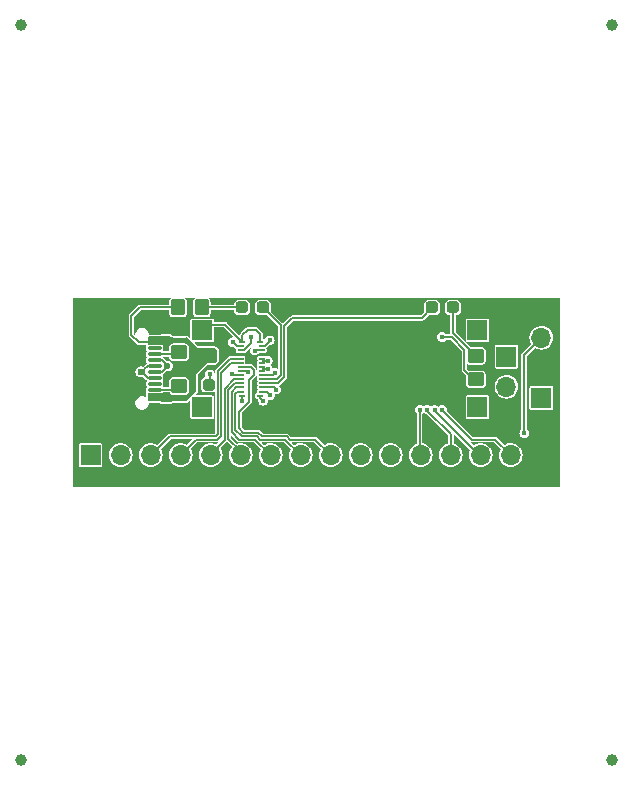
<source format=gtl>
G04 #@! TF.GenerationSoftware,KiCad,Pcbnew,8.0.7*
G04 #@! TF.CreationDate,2025-01-10T19:55:37-05:00*
G04 #@! TF.ProjectId,panel,70616e65-6c2e-46b6-9963-61645f706362,rev?*
G04 #@! TF.SameCoordinates,Original*
G04 #@! TF.FileFunction,Copper,L1,Top*
G04 #@! TF.FilePolarity,Positive*
%FSLAX46Y46*%
G04 Gerber Fmt 4.6, Leading zero omitted, Abs format (unit mm)*
G04 Created by KiCad (PCBNEW 8.0.7) date 2025-01-10 19:55:37*
%MOMM*%
%LPD*%
G01*
G04 APERTURE LIST*
G04 Aperture macros list*
%AMRoundRect*
0 Rectangle with rounded corners*
0 $1 Rounding radius*
0 $2 $3 $4 $5 $6 $7 $8 $9 X,Y pos of 4 corners*
0 Add a 4 corners polygon primitive as box body*
4,1,4,$2,$3,$4,$5,$6,$7,$8,$9,$2,$3,0*
0 Add four circle primitives for the rounded corners*
1,1,$1+$1,$2,$3*
1,1,$1+$1,$4,$5*
1,1,$1+$1,$6,$7*
1,1,$1+$1,$8,$9*
0 Add four rect primitives between the rounded corners*
20,1,$1+$1,$2,$3,$4,$5,0*
20,1,$1+$1,$4,$5,$6,$7,0*
20,1,$1+$1,$6,$7,$8,$9,0*
20,1,$1+$1,$8,$9,$2,$3,0*%
G04 Aperture macros list end*
G04 #@! TA.AperFunction,ComponentPad*
%ADD10R,1.700000X1.700000*%
G04 #@! TD*
G04 #@! TA.AperFunction,ComponentPad*
%ADD11O,1.700000X1.700000*%
G04 #@! TD*
G04 #@! TA.AperFunction,SMDPad,CuDef*
%ADD12R,0.485000X0.180000*%
G04 #@! TD*
G04 #@! TA.AperFunction,SMDPad,CuDef*
%ADD13R,0.535000X0.230000*%
G04 #@! TD*
G04 #@! TA.AperFunction,SMDPad,CuDef*
%ADD14RoundRect,0.250000X0.450000X-0.350000X0.450000X0.350000X-0.450000X0.350000X-0.450000X-0.350000X0*%
G04 #@! TD*
G04 #@! TA.AperFunction,SMDPad,CuDef*
%ADD15RoundRect,0.237500X0.287500X0.237500X-0.287500X0.237500X-0.287500X-0.237500X0.287500X-0.237500X0*%
G04 #@! TD*
G04 #@! TA.AperFunction,SMDPad,CuDef*
%ADD16RoundRect,0.150000X-0.425000X0.150000X-0.425000X-0.150000X0.425000X-0.150000X0.425000X0.150000X0*%
G04 #@! TD*
G04 #@! TA.AperFunction,SMDPad,CuDef*
%ADD17RoundRect,0.075000X-0.500000X0.075000X-0.500000X-0.075000X0.500000X-0.075000X0.500000X0.075000X0*%
G04 #@! TD*
G04 #@! TA.AperFunction,ComponentPad*
%ADD18O,2.100000X1.000000*%
G04 #@! TD*
G04 #@! TA.AperFunction,ComponentPad*
%ADD19O,1.800000X1.000000*%
G04 #@! TD*
G04 #@! TA.AperFunction,SMDPad,CuDef*
%ADD20RoundRect,0.250000X0.250000X-0.250000X0.250000X0.250000X-0.250000X0.250000X-0.250000X-0.250000X0*%
G04 #@! TD*
G04 #@! TA.AperFunction,SMDPad,CuDef*
%ADD21RoundRect,0.250000X-0.350000X-0.450000X0.350000X-0.450000X0.350000X0.450000X-0.350000X0.450000X0*%
G04 #@! TD*
G04 #@! TA.AperFunction,SMDPad,CuDef*
%ADD22RoundRect,0.237500X-0.287500X-0.237500X0.287500X-0.237500X0.287500X0.237500X-0.287500X0.237500X0*%
G04 #@! TD*
G04 #@! TA.AperFunction,SMDPad,CuDef*
%ADD23C,1.000000*%
G04 #@! TD*
G04 #@! TA.AperFunction,ViaPad*
%ADD24C,0.450000*%
G04 #@! TD*
G04 #@! TA.AperFunction,ViaPad*
%ADD25C,0.600000*%
G04 #@! TD*
G04 #@! TA.AperFunction,Conductor*
%ADD26C,0.150000*%
G04 #@! TD*
G04 #@! TA.AperFunction,Conductor*
%ADD27C,0.200000*%
G04 #@! TD*
G04 APERTURE END LIST*
D10*
G04 #@! TO.P,J3,1,Pin_1*
G04 #@! TO.N,Board_0-/D+*
X51100000Y-31975000D03*
D11*
G04 #@! TO.P,J3,2,Pin_2*
G04 #@! TO.N,Board_0-/D-*
X51100000Y-34515000D03*
G04 #@! TD*
D12*
G04 #@! TO.P,J1,1,1*
G04 #@! TO.N,Board_0-/D+*
X30407000Y-31075000D03*
G04 #@! TO.P,J1,2,2*
G04 #@! TO.N,Board_0-/D-*
X30407000Y-31425000D03*
G04 #@! TO.P,J1,3,3*
G04 #@! TO.N,Board_0-GND*
X30407000Y-31775000D03*
G04 #@! TO.P,J1,4,4*
G04 #@! TO.N,Board_0-/MOTOR_B*
X30407000Y-32125000D03*
G04 #@! TO.P,J1,5,5*
X30407000Y-32475000D03*
G04 #@! TO.P,J1,6,6*
G04 #@! TO.N,Board_0-/MOTOR_A*
X30407000Y-32825000D03*
G04 #@! TO.P,J1,7,7*
X30407000Y-33175000D03*
G04 #@! TO.P,J1,8,8*
G04 #@! TO.N,Board_0-/CAP+*
X30407000Y-33525000D03*
G04 #@! TO.P,J1,9,9*
G04 #@! TO.N,Board_0-/LAMP_FRONT*
X30407000Y-33875000D03*
G04 #@! TO.P,J1,10,10*
G04 #@! TO.N,Board_0-/LAMP_REAR*
X30407000Y-34225000D03*
G04 #@! TO.P,J1,11,11*
G04 #@! TO.N,Board_0-/AUX1 (VDC)*
X30407000Y-34575000D03*
G04 #@! TO.P,J1,12,12*
G04 #@! TO.N,Board_0-/AUX2 (VDC)*
X30407000Y-34925000D03*
G04 #@! TO.P,J1,13,13*
G04 #@! TO.N,Board_0-/AUX8 (VDC)*
X28592000Y-34925000D03*
G04 #@! TO.P,J1,14,14*
G04 #@! TO.N,Board_0-/AUX7 (VDC)*
X28592000Y-34575000D03*
G04 #@! TO.P,J1,15,15*
G04 #@! TO.N,Board_0-/AUX6 (VDC)*
X28592000Y-34225000D03*
G04 #@! TO.P,J1,16,16*
G04 #@! TO.N,Board_0-/AUX5 (VDC)*
X28592000Y-33875000D03*
G04 #@! TO.P,J1,17,17*
G04 #@! TO.N,Board_0-VDC*
X28592000Y-33525000D03*
G04 #@! TO.P,J1,18,18*
G04 #@! TO.N,Board_0-VCC*
X28592000Y-33175000D03*
G04 #@! TO.P,J1,19,19*
G04 #@! TO.N,Board_0-/AUX10*
X28592000Y-32825000D03*
G04 #@! TO.P,J1,20,20*
G04 #@! TO.N,Board_0-/AUX4*
X28592000Y-32475000D03*
G04 #@! TO.P,J1,21,21*
G04 #@! TO.N,Board_0-/AUX3*
X28592000Y-32125000D03*
G04 #@! TO.P,J1,22,22*
G04 #@! TO.N,Board_0-GND*
X28592000Y-31775000D03*
G04 #@! TO.P,J1,23,23*
G04 #@! TO.N,Board_0-/AUX11*
X28592000Y-31425000D03*
G04 #@! TO.P,J1,24,24*
G04 #@! TO.N,Board_0-/AUX12*
X28592000Y-31075000D03*
D13*
G04 #@! TO.P,J1,X1A,X1A*
G04 #@! TO.N,Board_0-/TRACK_LEFT*
X30268000Y-30700000D03*
G04 #@! TO.P,J1,X1B,X1B*
X28732000Y-30700000D03*
G04 #@! TO.P,J1,X2A,X2A*
G04 #@! TO.N,Board_0-/TRACK_RIGHT*
X30268000Y-35300000D03*
G04 #@! TO.P,J1,X2B,X2B*
X28732000Y-35300000D03*
G04 #@! TD*
D14*
G04 #@! TO.P,R1,1*
G04 #@! TO.N,Board_0-Net-(P1-CC1)*
X23400000Y-31600000D03*
G04 #@! TO.P,R1,2*
G04 #@! TO.N,Board_0-GND*
X23400000Y-29600000D03*
G04 #@! TD*
D15*
G04 #@! TO.P,D2,1,K*
G04 #@! TO.N,Board_0-/LAMP_FRONT*
X30475000Y-27800000D03*
G04 #@! TO.P,D2,2,A*
G04 #@! TO.N,Board_0-Net-(D2-A)*
X28725000Y-27800000D03*
G04 #@! TD*
D16*
G04 #@! TO.P,P1,A1,GND*
G04 #@! TO.N,Board_0-GND*
X21330000Y-29800000D03*
G04 #@! TO.P,P1,A4,VBUS*
G04 #@! TO.N,Board_0-+5V*
X21330000Y-30600000D03*
D17*
G04 #@! TO.P,P1,A5,CC1*
G04 #@! TO.N,Board_0-Net-(P1-CC1)*
X21330000Y-31750000D03*
G04 #@! TO.P,P1,A6,D+*
G04 #@! TO.N,Board_0-/D+*
X21330000Y-32750000D03*
G04 #@! TO.P,P1,A7,D-*
G04 #@! TO.N,Board_0-/D-*
X21330000Y-33250000D03*
G04 #@! TO.P,P1,A8,SBU1*
G04 #@! TO.N,Board_0-unconnected-(P1-SBU1-PadA8)*
X21330000Y-34250000D03*
D16*
G04 #@! TO.P,P1,A9,VBUS*
G04 #@! TO.N,Board_0-+5V*
X21330000Y-35400000D03*
G04 #@! TO.P,P1,A12,GND*
G04 #@! TO.N,Board_0-GND*
X21330000Y-36200000D03*
G04 #@! TO.P,P1,B1,GND*
X21330000Y-36200000D03*
G04 #@! TO.P,P1,B4,VBUS*
G04 #@! TO.N,Board_0-+5V*
X21330000Y-35400000D03*
D17*
G04 #@! TO.P,P1,B5,CC2*
G04 #@! TO.N,Board_0-Net-(P1-CC2)*
X21330000Y-34750000D03*
G04 #@! TO.P,P1,B6,D+*
G04 #@! TO.N,Board_0-/D+*
X21330000Y-33750000D03*
G04 #@! TO.P,P1,B7,D-*
G04 #@! TO.N,Board_0-/D-*
X21330000Y-32250000D03*
G04 #@! TO.P,P1,B8,SBU2*
G04 #@! TO.N,Board_0-unconnected-(P1-SBU2-PadB8)*
X21330000Y-31250000D03*
D16*
G04 #@! TO.P,P1,B9,VBUS*
G04 #@! TO.N,Board_0-+5V*
X21330000Y-30600000D03*
G04 #@! TO.P,P1,B12,GND*
G04 #@! TO.N,Board_0-GND*
X21330000Y-29800000D03*
D18*
G04 #@! TO.P,P1,S1,SHIELD*
X20755000Y-28680000D03*
D19*
X16575000Y-28680000D03*
D18*
X20755000Y-37320000D03*
D19*
X16575000Y-37320000D03*
G04 #@! TD*
D20*
G04 #@! TO.P,D1,1,K*
G04 #@! TO.N,Board_0-VDC*
X25900000Y-34350000D03*
G04 #@! TO.P,D1,2,A*
G04 #@! TO.N,Board_0-+5V*
X25900000Y-31850000D03*
G04 #@! TD*
D21*
G04 #@! TO.P,R3,1*
G04 #@! TO.N,Board_0-+5V*
X23300000Y-27800000D03*
G04 #@! TO.P,R3,2*
G04 #@! TO.N,Board_0-Net-(D2-A)*
X25300000Y-27800000D03*
G04 #@! TD*
D22*
G04 #@! TO.P,D3,1,K*
G04 #@! TO.N,Board_0-/LAMP_REAR*
X44825000Y-27800000D03*
G04 #@! TO.P,D3,2,A*
G04 #@! TO.N,Board_0-Net-(D3-A)*
X46575000Y-27800000D03*
G04 #@! TD*
D14*
G04 #@! TO.P,R2,1*
G04 #@! TO.N,Board_0-GND*
X23400000Y-36450000D03*
G04 #@! TO.P,R2,2*
G04 #@! TO.N,Board_0-Net-(P1-CC2)*
X23400000Y-34450000D03*
G04 #@! TD*
D23*
G04 #@! TO.P,KiKit_FID_T_2,*
G04 #@! TO.N,*
X60000000Y-3850000D03*
G04 #@! TD*
G04 #@! TO.P,KiKit_FID_T_1,*
G04 #@! TO.N,*
X10000000Y-3850000D03*
G04 #@! TD*
D14*
G04 #@! TO.P,R4,1*
G04 #@! TO.N,Board_0-+5V*
X48500000Y-33900000D03*
G04 #@! TO.P,R4,2*
G04 #@! TO.N,Board_0-Net-(D3-A)*
X48500000Y-31900000D03*
G04 #@! TD*
D23*
G04 #@! TO.P,KiKit_FID_T_4,*
G04 #@! TO.N,*
X60000000Y-66150000D03*
G04 #@! TD*
D10*
G04 #@! TO.P,J2,1,Pin_1*
G04 #@! TO.N,Board_0-/AUX11*
X54050000Y-35450000D03*
D11*
G04 #@! TO.P,J2,2,Pin_2*
G04 #@! TO.N,Board_0-GND*
X54050000Y-32910000D03*
G04 #@! TO.P,J2,3,Pin_3*
G04 #@! TO.N,Board_0-/AUX12*
X54050000Y-30370000D03*
G04 #@! TD*
D23*
G04 #@! TO.P,KiKit_FID_T_3,*
G04 #@! TO.N,*
X10000000Y-66150000D03*
G04 #@! TD*
D10*
G04 #@! TO.P,J4,1,Pin_1*
G04 #@! TO.N,Board_0-/AUX1 (VDC)*
X15900000Y-40300000D03*
D11*
G04 #@! TO.P,J4,2,Pin_2*
G04 #@! TO.N,Board_0-/AUX2 (VDC)*
X18440000Y-40300000D03*
G04 #@! TO.P,J4,3,Pin_3*
G04 #@! TO.N,Board_0-/AUX3*
X20980000Y-40300000D03*
G04 #@! TO.P,J4,4,Pin_4*
G04 #@! TO.N,Board_0-/AUX4*
X23520000Y-40300000D03*
G04 #@! TO.P,J4,5,Pin_5*
G04 #@! TO.N,Board_0-/AUX5 (VDC)*
X26060000Y-40300000D03*
G04 #@! TO.P,J4,6,Pin_6*
G04 #@! TO.N,Board_0-/AUX6 (VDC)*
X28600000Y-40300000D03*
G04 #@! TO.P,J4,7,Pin_7*
G04 #@! TO.N,Board_0-/AUX7 (VDC)*
X31140000Y-40300000D03*
G04 #@! TO.P,J4,8,Pin_8*
G04 #@! TO.N,Board_0-/AUX8 (VDC)*
X33680000Y-40300000D03*
G04 #@! TO.P,J4,9,Pin_9*
G04 #@! TO.N,Board_0-/AUX10*
X36220000Y-40300000D03*
G04 #@! TO.P,J4,10,Pin_10*
G04 #@! TO.N,Board_0-/AUX11*
X38760000Y-40300000D03*
G04 #@! TO.P,J4,11,Pin_11*
G04 #@! TO.N,Board_0-/AUX12*
X41300000Y-40300000D03*
G04 #@! TO.P,J4,12,Pin_12*
G04 #@! TO.N,Board_0-/CAP+*
X43840000Y-40300000D03*
G04 #@! TO.P,J4,13,Pin_13*
G04 #@! TO.N,Board_0-/MOTOR_A*
X46380000Y-40300000D03*
G04 #@! TO.P,J4,14,Pin_14*
G04 #@! TO.N,Board_0-/MOTOR_B*
X48920000Y-40300000D03*
G04 #@! TO.P,J4,15,Pin_15*
G04 #@! TO.N,Board_0-VDC*
X51460000Y-40300000D03*
G04 #@! TO.P,J4,16,Pin_16*
G04 #@! TO.N,Board_0-GND*
X54000000Y-40300000D03*
G04 #@! TD*
D10*
G04 #@! TO.P,J8,1,Pin_1*
G04 #@! TO.N,Board_0-/TRACK_LEFT*
X48650000Y-29750000D03*
X25350000Y-29750000D03*
G04 #@! TO.P,J8,2,Pin_2*
G04 #@! TO.N,Board_0-/TRACK_RIGHT*
X48650000Y-36250000D03*
X25350000Y-36250000D03*
G04 #@! TD*
D24*
G04 #@! TO.N,Board_0-+5V*
X45650000Y-30300000D03*
X22550000Y-30600000D03*
G04 #@! TO.N,Board_0-/AUX1 (VDC)*
X31600000Y-34750000D03*
G04 #@! TO.N,Board_0-/AUX11*
X29500000Y-30330000D03*
G04 #@! TO.N,Board_0-/AUX12*
X27946498Y-30740000D03*
X52600000Y-38450000D03*
G04 #@! TO.N,Board_0-/AUX2 (VDC)*
X31098447Y-35217235D03*
G04 #@! TO.N,Board_0-/CAP+*
X43775114Y-36451262D03*
X31500000Y-33350000D03*
D25*
G04 #@! TO.N,Board_0-/D+*
X20150000Y-33250000D03*
D24*
X31075000Y-30575000D03*
G04 #@! TO.N,Board_0-/D-*
X29800000Y-31450000D03*
D25*
X22400000Y-32750000D03*
D24*
G04 #@! TO.N,Board_0-/MOTOR_A*
X44400106Y-36447755D03*
X30900000Y-33000000D03*
G04 #@! TO.N,Board_0-/MOTOR_B*
X45025038Y-36457117D03*
X30900000Y-32300000D03*
G04 #@! TO.N,Board_0-/TRACK_RIGHT*
X30500000Y-35700000D03*
X28700000Y-35700000D03*
D25*
G04 #@! TO.N,Board_0-GND*
X22300000Y-36300000D03*
D24*
X45650000Y-29550000D03*
X31518981Y-31050000D03*
D25*
X22300000Y-29700000D03*
D24*
X27350000Y-31100000D03*
D25*
X46480000Y-31675000D03*
D24*
X29650000Y-36200000D03*
G04 #@! TO.N,Board_0-VCC*
X29250000Y-33300000D03*
G04 #@! TO.N,Board_0-VDC*
X26000000Y-33450000D03*
X27850000Y-33450000D03*
X45650000Y-36450000D03*
G04 #@! TD*
D26*
G04 #@! TO.N,Board_0-+5V*
X45650000Y-30300000D02*
X46475736Y-30300000D01*
X21170000Y-30760000D02*
X21330000Y-30600000D01*
X19350000Y-28509695D02*
X19350000Y-30124239D01*
X48350000Y-33900000D02*
X48500000Y-33900000D01*
X20059695Y-27800000D02*
X19350000Y-28509695D01*
X23300000Y-27800000D02*
X20059695Y-27800000D01*
X47550000Y-33100000D02*
X48350000Y-33900000D01*
X19985761Y-30760000D02*
X21170000Y-30760000D01*
X19350000Y-30124239D02*
X19985761Y-30760000D01*
X46475736Y-30300000D02*
X47550000Y-31374264D01*
X47550000Y-31374264D02*
X47550000Y-33100000D01*
G04 #@! TO.N,Board_0-/AUX1 (VDC)*
X31600000Y-34750000D02*
X31425000Y-34575000D01*
X31425000Y-34575000D02*
X30407000Y-34575000D01*
G04 #@! TO.N,Board_0-/AUX10*
X29300000Y-35771752D02*
X28450000Y-36621752D01*
X32804264Y-39000000D02*
X34920000Y-39000000D01*
X29825736Y-38400000D02*
X29832868Y-38392868D01*
X32504264Y-38700000D02*
X32804264Y-39000000D01*
X29300000Y-33921752D02*
X29300000Y-35771752D01*
X28592000Y-32825000D02*
X29446752Y-32825000D01*
X29725000Y-33103248D02*
X29725000Y-33496752D01*
X29725000Y-33496752D02*
X29300000Y-33921752D01*
X28450000Y-38025736D02*
X28824264Y-38400000D01*
X28450000Y-36621752D02*
X28450000Y-38025736D01*
X30388528Y-38700000D02*
X32504264Y-38700000D01*
X30081396Y-38392868D02*
X30388528Y-38700000D01*
X28824264Y-38400000D02*
X29825736Y-38400000D01*
X29832868Y-38392868D02*
X30081396Y-38392868D01*
X29446752Y-32825000D02*
X29725000Y-33103248D01*
X34920000Y-39000000D02*
X36220000Y-40300000D01*
G04 #@! TO.N,Board_0-/AUX11*
X28592000Y-31425000D02*
X28900000Y-31425000D01*
X29500000Y-30825000D02*
X29500000Y-30330000D01*
X28900000Y-31425000D02*
X29500000Y-30825000D01*
G04 #@! TO.N,Board_0-/AUX12*
X28281498Y-31075000D02*
X27946498Y-30740000D01*
X52600000Y-31820000D02*
X54050000Y-30370000D01*
X52600000Y-38450000D02*
X52600000Y-31820000D01*
X28592000Y-31075000D02*
X28281498Y-31075000D01*
G04 #@! TO.N,Board_0-/AUX2 (VDC)*
X31098447Y-35217235D02*
X31098447Y-35198447D01*
X31098447Y-35198447D02*
X30825000Y-34925000D01*
X30825000Y-34925000D02*
X30407000Y-34925000D01*
G04 #@! TO.N,Board_0-/AUX3*
X26475736Y-38700000D02*
X22580000Y-38700000D01*
X26650000Y-38525736D02*
X26475736Y-38700000D01*
X26650000Y-33200000D02*
X26650000Y-38525736D01*
X28592000Y-32125000D02*
X27725000Y-32125000D01*
X27725000Y-32125000D02*
X26650000Y-33200000D01*
X22580000Y-38700000D02*
X20980000Y-40300000D01*
G04 #@! TO.N,Board_0-/AUX4*
X26600000Y-39000000D02*
X24800000Y-39000000D01*
X28592000Y-32475000D02*
X27799264Y-32475000D01*
X23520000Y-40280000D02*
X23520000Y-40300000D01*
X26950000Y-33324264D02*
X26950000Y-38650000D01*
X26950000Y-38650000D02*
X26600000Y-39000000D01*
X24800000Y-39000000D02*
X23520000Y-40280000D01*
X27799264Y-32475000D02*
X26950000Y-33324264D01*
G04 #@! TO.N,Board_0-/AUX5 (VDC)*
X27250000Y-39000000D02*
X27250000Y-34700000D01*
X28075000Y-33875000D02*
X28592000Y-33875000D01*
X26060000Y-40190000D02*
X27250000Y-39000000D01*
X26060000Y-40300000D02*
X26060000Y-40190000D01*
X27250000Y-34700000D02*
X28075000Y-33875000D01*
G04 #@! TO.N,Board_0-/AUX6 (VDC)*
X28592000Y-34225000D02*
X28149264Y-34225000D01*
X28600000Y-39949264D02*
X28600000Y-40300000D01*
X27550000Y-34824264D02*
X27550000Y-38899264D01*
X28149264Y-34225000D02*
X27550000Y-34824264D01*
X27550000Y-38899264D02*
X28600000Y-39949264D01*
G04 #@! TO.N,Board_0-/AUX7 (VDC)*
X27850000Y-38350000D02*
X28500000Y-39000000D01*
X27850000Y-34948528D02*
X27850000Y-38350000D01*
X29840000Y-39000000D02*
X31140000Y-40300000D01*
X28500000Y-39000000D02*
X29840000Y-39000000D01*
X28223528Y-34575000D02*
X27850000Y-34948528D01*
X28592000Y-34575000D02*
X28223528Y-34575000D01*
G04 #@! TO.N,Board_0-/AUX8 (VDC)*
X29950000Y-38700000D02*
X29957132Y-38692868D01*
X28592000Y-34925000D02*
X28325000Y-34925000D01*
X28150000Y-38150000D02*
X28700000Y-38700000D01*
X29957132Y-38692868D02*
X30264264Y-39000000D01*
X28700000Y-38700000D02*
X29950000Y-38700000D01*
X30264264Y-39000000D02*
X32380000Y-39000000D01*
X28150000Y-35100000D02*
X28150000Y-38150000D01*
X32380000Y-39000000D02*
X33680000Y-40300000D01*
X28325000Y-34925000D02*
X28150000Y-35100000D01*
G04 #@! TO.N,Board_0-/CAP+*
X31500000Y-33350000D02*
X31325000Y-33525000D01*
X43750000Y-40390001D02*
X43610191Y-40529810D01*
X31325000Y-33525000D02*
X30407000Y-33525000D01*
X43750000Y-36476376D02*
X43750000Y-40390001D01*
X43775114Y-36451262D02*
X43750000Y-36476376D01*
G04 #@! TO.N,Board_0-/D+*
X31075000Y-30625000D02*
X30625000Y-31075000D01*
X20450000Y-33022590D02*
X20450000Y-33250000D01*
X21330000Y-32750000D02*
X20722590Y-32750000D01*
X20722590Y-33750000D02*
X21330000Y-33750000D01*
X20450000Y-33250000D02*
X20450000Y-33477410D01*
X20450000Y-33477410D02*
X20722590Y-33750000D01*
X20150000Y-33250000D02*
X20450000Y-33250000D01*
X20722590Y-32750000D02*
X20450000Y-33022590D01*
X30625000Y-31075000D02*
X30407000Y-31075000D01*
X31075000Y-30575000D02*
X31075000Y-30625000D01*
G04 #@! TO.N,Board_0-/D-*
X22205000Y-32982410D02*
X22205000Y-32700000D01*
X22400000Y-32750000D02*
X22205000Y-32750000D01*
X21937410Y-33250000D02*
X22205000Y-32982410D01*
X22205000Y-32700000D02*
X22205000Y-32517590D01*
X29825000Y-31425000D02*
X30407000Y-31425000D01*
X21937410Y-32250000D02*
X21330000Y-32250000D01*
X21330000Y-33250000D02*
X21937410Y-33250000D01*
X29800000Y-31450000D02*
X29825000Y-31425000D01*
X22205000Y-32517590D02*
X21937410Y-32250000D01*
G04 #@! TO.N,Board_0-/LAMP_FRONT*
X32000000Y-33521752D02*
X32000000Y-29325000D01*
X31646752Y-33875000D02*
X32000000Y-33521752D01*
X30407000Y-33875000D02*
X31646752Y-33875000D01*
X32000000Y-29325000D02*
X30475000Y-27800000D01*
G04 #@! TO.N,Board_0-/LAMP_REAR*
X32950000Y-28700000D02*
X43925000Y-28700000D01*
X32300000Y-33650000D02*
X32300000Y-29350000D01*
X43925000Y-28700000D02*
X44825000Y-27800000D01*
X31725000Y-34225000D02*
X32300000Y-33650000D01*
X32300000Y-29350000D02*
X32950000Y-28700000D01*
X30407000Y-34225000D02*
X31725000Y-34225000D01*
D27*
G04 #@! TO.N,Board_0-/MOTOR_A*
X44400106Y-36550106D02*
X46380000Y-38530000D01*
X46380000Y-38530000D02*
X46380000Y-40300000D01*
X30900000Y-33000000D02*
X30582000Y-33000000D01*
X30582000Y-33000000D02*
X30407000Y-33175000D01*
X44400106Y-36447755D02*
X44400106Y-36550106D01*
X30582000Y-33000000D02*
X30407000Y-32825000D01*
G04 #@! TO.N,Board_0-/MOTOR_B*
X30582000Y-32300000D02*
X30407000Y-32125000D01*
X45025038Y-36457117D02*
X45025038Y-36532145D01*
X30582000Y-32300000D02*
X30407000Y-32475000D01*
X30900000Y-32300000D02*
X30582000Y-32300000D01*
X45025038Y-36532145D02*
X48792893Y-40300000D01*
X48792893Y-40300000D02*
X48920000Y-40300000D01*
D26*
G04 #@! TO.N,Board_0-/TRACK_LEFT*
X29900000Y-29700000D02*
X29200000Y-29700000D01*
X27282000Y-29250000D02*
X26050000Y-29250000D01*
X30268000Y-30700000D02*
X30268000Y-30068000D01*
X28732000Y-30700000D02*
X27282000Y-29250000D01*
X30268000Y-30068000D02*
X29900000Y-29700000D01*
X28732000Y-30168000D02*
X28732000Y-30700000D01*
X29200000Y-29700000D02*
X28732000Y-30168000D01*
G04 #@! TO.N,Board_0-/TRACK_RIGHT*
X30500000Y-35700000D02*
X30268000Y-35468000D01*
X28732000Y-35668000D02*
X28732000Y-35300000D01*
X30268000Y-35468000D02*
X30268000Y-35300000D01*
X28700000Y-35700000D02*
X28732000Y-35668000D01*
G04 #@! TO.N,Board_0-GND*
X28025000Y-31775000D02*
X28592000Y-31775000D01*
X30775000Y-31775000D02*
X30407000Y-31775000D01*
X31500000Y-31050000D02*
X30775000Y-31775000D01*
X27350000Y-31100000D02*
X28025000Y-31775000D01*
X31518981Y-31050000D02*
X31500000Y-31050000D01*
G04 #@! TO.N,Board_0-Net-(D2-A)*
X25300000Y-27800000D02*
X28675000Y-27800000D01*
X28675000Y-27800000D02*
X28725000Y-27750000D01*
G04 #@! TO.N,Board_0-Net-(D3-A)*
X46575000Y-27800000D02*
X46575000Y-29975000D01*
X46575000Y-29975000D02*
X48500000Y-31900000D01*
G04 #@! TO.N,Board_0-Net-(P1-CC1)*
X21330000Y-31750000D02*
X23112500Y-31750000D01*
X23112500Y-31750000D02*
X23400000Y-31462500D01*
G04 #@! TO.N,Board_0-Net-(P1-CC2)*
X23187500Y-34750000D02*
X23400000Y-34537500D01*
X21330000Y-34750000D02*
X23187500Y-34750000D01*
G04 #@! TO.N,Board_0-VCC*
X29125000Y-33175000D02*
X28592000Y-33175000D01*
X29250000Y-33300000D02*
X29125000Y-33175000D01*
G04 #@! TO.N,Board_0-VDC*
X50160000Y-39000000D02*
X51460000Y-40300000D01*
X27850000Y-33450000D02*
X27925000Y-33525000D01*
X26000000Y-33450000D02*
X26000000Y-34250000D01*
X27925000Y-33525000D02*
X28592000Y-33525000D01*
X48200000Y-39000000D02*
X50160000Y-39000000D01*
X45650000Y-36450000D02*
X48200000Y-39000000D01*
X26000000Y-34250000D02*
X25900000Y-34350000D01*
G04 #@! TD*
G04 #@! TA.AperFunction,Conductor*
G04 #@! TO.N,Board_0-+5V*
G36*
X22640636Y-30207029D02*
G01*
X22711659Y-30278051D01*
X22711658Y-30278051D01*
X22824693Y-30335645D01*
X22824694Y-30335645D01*
X22824696Y-30335646D01*
X22918481Y-30350500D01*
X23881518Y-30350499D01*
X23975304Y-30335646D01*
X23999742Y-30323193D01*
X24018051Y-30321752D01*
X24027607Y-30327607D01*
X24355579Y-30655579D01*
X24358563Y-30659216D01*
X24391496Y-30708504D01*
X24440783Y-30741436D01*
X24444420Y-30744420D01*
X24949845Y-31249845D01*
X26391926Y-31248570D01*
X26406435Y-31253436D01*
X26487319Y-31314679D01*
X26590488Y-31392798D01*
X26599774Y-31408646D01*
X26600000Y-31411931D01*
X26600000Y-32290058D01*
X26592971Y-32307029D01*
X26407029Y-32492971D01*
X26390058Y-32500000D01*
X25750000Y-32500000D01*
X24850000Y-33400000D01*
X24850000Y-33400001D01*
X24850000Y-34890058D01*
X24842971Y-34907029D01*
X24507529Y-35242471D01*
X24490558Y-35249500D01*
X24485175Y-35249500D01*
X24441277Y-35258232D01*
X24391498Y-35291494D01*
X24391494Y-35291498D01*
X24358232Y-35341277D01*
X24349500Y-35385175D01*
X24349500Y-35390557D01*
X24342471Y-35407528D01*
X24027607Y-35722391D01*
X24010636Y-35729420D01*
X23999740Y-35726804D01*
X23975306Y-35714354D01*
X23937790Y-35708412D01*
X23881519Y-35699500D01*
X23881516Y-35699500D01*
X22918484Y-35699500D01*
X22824693Y-35714354D01*
X22711658Y-35771948D01*
X22690636Y-35792971D01*
X22673666Y-35800000D01*
X21937825Y-35800000D01*
X21928131Y-35797955D01*
X21824991Y-35752415D01*
X21824990Y-35752414D01*
X21799865Y-35749500D01*
X20860137Y-35749500D01*
X20860132Y-35749501D01*
X20835154Y-35752398D01*
X20817486Y-35747371D01*
X20809207Y-35734770D01*
X20791281Y-35667865D01*
X20772585Y-35635482D01*
X20753215Y-35601932D01*
X20750000Y-35589932D01*
X20750000Y-35068249D01*
X20757029Y-35051278D01*
X20774000Y-35044249D01*
X20778677Y-35044709D01*
X20807789Y-35050500D01*
X21852210Y-35050499D01*
X21917986Y-35037417D01*
X21992577Y-34987577D01*
X21993520Y-34986164D01*
X22008794Y-34975961D01*
X22013475Y-34975500D01*
X22575223Y-34975500D01*
X22592194Y-34982529D01*
X22596607Y-34988604D01*
X22621947Y-35038338D01*
X22621948Y-35038339D01*
X22621950Y-35038342D01*
X22711658Y-35128050D01*
X22711660Y-35128051D01*
X22711661Y-35128052D01*
X22824693Y-35185645D01*
X22824694Y-35185645D01*
X22824696Y-35185646D01*
X22918481Y-35200500D01*
X23881518Y-35200499D01*
X23975304Y-35185646D01*
X24088342Y-35128050D01*
X24178050Y-35038342D01*
X24235646Y-34925304D01*
X24250500Y-34831519D01*
X24250499Y-34068482D01*
X24235646Y-33974696D01*
X24235645Y-33974694D01*
X24235645Y-33974693D01*
X24178052Y-33861661D01*
X24178051Y-33861660D01*
X24178050Y-33861658D01*
X24088342Y-33771950D01*
X24088339Y-33771948D01*
X24088338Y-33771947D01*
X23975306Y-33714354D01*
X23937790Y-33708412D01*
X23881519Y-33699500D01*
X23881516Y-33699500D01*
X22918484Y-33699500D01*
X22824693Y-33714354D01*
X22711661Y-33771947D01*
X22621947Y-33861661D01*
X22564354Y-33974693D01*
X22549500Y-34068483D01*
X22549501Y-34500500D01*
X22542472Y-34517471D01*
X22525501Y-34524500D01*
X22013475Y-34524500D01*
X21996504Y-34517471D01*
X21993524Y-34513840D01*
X21993189Y-34513339D01*
X21989600Y-34495325D01*
X21993182Y-34486670D01*
X22042417Y-34412986D01*
X22055500Y-34347211D01*
X22055499Y-34152790D01*
X22042417Y-34087014D01*
X21993184Y-34013332D01*
X21989601Y-33995318D01*
X21993183Y-33986668D01*
X22042417Y-33912986D01*
X22055500Y-33847211D01*
X22055499Y-33652790D01*
X22042417Y-33587014D01*
X21993184Y-33513332D01*
X21989601Y-33495317D01*
X21993183Y-33486668D01*
X22003636Y-33471024D01*
X22014403Y-33462187D01*
X22045035Y-33449500D01*
X22065146Y-33441170D01*
X22128580Y-33377736D01*
X22128580Y-33377734D01*
X22302423Y-33203891D01*
X22319393Y-33196863D01*
X22326148Y-33197834D01*
X22335228Y-33200500D01*
X22335231Y-33200500D01*
X22464770Y-33200500D01*
X22464772Y-33200500D01*
X22589069Y-33164004D01*
X22698049Y-33093967D01*
X22782882Y-32996063D01*
X22836697Y-32878226D01*
X22855133Y-32750000D01*
X22836697Y-32621774D01*
X22782882Y-32503937D01*
X22768706Y-32487577D01*
X22698051Y-32406034D01*
X22698049Y-32406033D01*
X22589073Y-32335998D01*
X22589070Y-32335996D01*
X22589069Y-32335996D01*
X22464772Y-32299500D01*
X22335228Y-32299500D01*
X22335225Y-32299500D01*
X22326153Y-32302163D01*
X22307889Y-32300198D01*
X22302422Y-32296106D01*
X22128580Y-32122265D01*
X22128580Y-32122264D01*
X22065146Y-32058830D01*
X22040870Y-32048774D01*
X22014405Y-32037811D01*
X22003635Y-32028972D01*
X21993186Y-32013334D01*
X21989602Y-31995318D01*
X21993184Y-31986669D01*
X21993518Y-31986169D01*
X22008790Y-31975962D01*
X22013475Y-31975500D01*
X22528050Y-31975500D01*
X22545021Y-31982529D01*
X22551753Y-31995744D01*
X22557975Y-32035026D01*
X22564354Y-32075306D01*
X22621947Y-32188338D01*
X22621948Y-32188339D01*
X22621950Y-32188342D01*
X22711658Y-32278050D01*
X22711660Y-32278051D01*
X22711661Y-32278052D01*
X22824693Y-32335645D01*
X22824694Y-32335645D01*
X22824696Y-32335646D01*
X22918481Y-32350500D01*
X23881518Y-32350499D01*
X23975304Y-32335646D01*
X24088342Y-32278050D01*
X24178050Y-32188342D01*
X24235646Y-32075304D01*
X24250500Y-31981519D01*
X24250499Y-31218482D01*
X24235646Y-31124696D01*
X24235645Y-31124694D01*
X24235645Y-31124693D01*
X24178052Y-31011661D01*
X24178051Y-31011660D01*
X24178050Y-31011658D01*
X24088342Y-30921950D01*
X24088339Y-30921948D01*
X24088338Y-30921947D01*
X23975306Y-30864354D01*
X23937790Y-30858412D01*
X23881519Y-30849500D01*
X23881516Y-30849500D01*
X22918484Y-30849500D01*
X22824693Y-30864354D01*
X22711661Y-30921947D01*
X22621947Y-31011661D01*
X22564354Y-31124693D01*
X22549500Y-31218483D01*
X22549500Y-31500500D01*
X22542471Y-31517471D01*
X22525500Y-31524500D01*
X22013475Y-31524500D01*
X21996504Y-31517471D01*
X21993524Y-31513840D01*
X21993189Y-31513339D01*
X21989600Y-31495325D01*
X21993182Y-31486670D01*
X22042417Y-31412986D01*
X22055500Y-31347211D01*
X22055499Y-31152790D01*
X22042417Y-31087014D01*
X21992577Y-31012423D01*
X21991432Y-31011658D01*
X21917987Y-30962583D01*
X21917985Y-30962582D01*
X21852211Y-30949500D01*
X20807789Y-30949500D01*
X20778681Y-30955290D01*
X20760666Y-30951706D01*
X20750461Y-30936432D01*
X20750000Y-30931751D01*
X20750000Y-30410066D01*
X20753214Y-30398067D01*
X20791281Y-30332135D01*
X20809207Y-30265230D01*
X20820389Y-30250658D01*
X20835155Y-30247602D01*
X20836786Y-30247791D01*
X20860135Y-30250500D01*
X21799864Y-30250499D01*
X21824991Y-30247585D01*
X21897667Y-30215495D01*
X21928131Y-30202045D01*
X21937825Y-30200000D01*
X22623666Y-30200000D01*
X22640636Y-30207029D01*
G37*
G04 #@! TD.AperFunction*
G04 #@! TD*
G04 #@! TA.AperFunction,Conductor*
G04 #@! TO.N,Board_0-GND*
G36*
X22692138Y-27007529D02*
G01*
X22699167Y-27024500D01*
X22692138Y-27041469D01*
X22621950Y-27111658D01*
X22621947Y-27111661D01*
X22564354Y-27224693D01*
X22549500Y-27318483D01*
X22549500Y-27550500D01*
X22542471Y-27567471D01*
X22525500Y-27574500D01*
X20014839Y-27574500D01*
X19931961Y-27608828D01*
X19931959Y-27608830D01*
X19222265Y-28318524D01*
X19222264Y-28318525D01*
X19222263Y-28318524D01*
X19158830Y-28381958D01*
X19158830Y-28381960D01*
X19124499Y-28464839D01*
X19124499Y-28557339D01*
X19124500Y-28557348D01*
X19124500Y-30077442D01*
X19124499Y-30077456D01*
X19124499Y-30169094D01*
X19143247Y-30214354D01*
X19143247Y-30214355D01*
X19158828Y-30251972D01*
X19158829Y-30251973D01*
X19158830Y-30251975D01*
X19222264Y-30315409D01*
X19222265Y-30315409D01*
X19793220Y-30886364D01*
X19793233Y-30886379D01*
X19830356Y-30923501D01*
X19858025Y-30951170D01*
X19883143Y-30961574D01*
X19940906Y-30985501D01*
X19940907Y-30985501D01*
X20033406Y-30985501D01*
X20033414Y-30985500D01*
X20590910Y-30985500D01*
X20607881Y-30992529D01*
X20613507Y-31001416D01*
X20621161Y-31022812D01*
X20621167Y-31022824D01*
X20631806Y-31038746D01*
X20631383Y-31039028D01*
X20635757Y-31055361D01*
X20631918Y-31065558D01*
X20617584Y-31087009D01*
X20617582Y-31087014D01*
X20604500Y-31152784D01*
X20604500Y-31347209D01*
X20617582Y-31412985D01*
X20617583Y-31412987D01*
X20666814Y-31486666D01*
X20670398Y-31504682D01*
X20666814Y-31513334D01*
X20617583Y-31587012D01*
X20617582Y-31587014D01*
X20604500Y-31652784D01*
X20604500Y-31847209D01*
X20617582Y-31912985D01*
X20617583Y-31912987D01*
X20666814Y-31986666D01*
X20670398Y-32004682D01*
X20666814Y-32013334D01*
X20617583Y-32087012D01*
X20617582Y-32087014D01*
X20604500Y-32152784D01*
X20604500Y-32347209D01*
X20617582Y-32412985D01*
X20617583Y-32412987D01*
X20666814Y-32486665D01*
X20670398Y-32504681D01*
X20666814Y-32513333D01*
X20656363Y-32528974D01*
X20645592Y-32537813D01*
X20594854Y-32558830D01*
X20594852Y-32558831D01*
X20594850Y-32558833D01*
X20332608Y-32821074D01*
X20315638Y-32828103D01*
X20308877Y-32827131D01*
X20288248Y-32821074D01*
X20214772Y-32799500D01*
X20085228Y-32799500D01*
X20012238Y-32820931D01*
X19960933Y-32835995D01*
X19960926Y-32835998D01*
X19851950Y-32906033D01*
X19851948Y-32906034D01*
X19767118Y-33003936D01*
X19713304Y-33121771D01*
X19713303Y-33121774D01*
X19694867Y-33250000D01*
X19713303Y-33378226D01*
X19746946Y-33451894D01*
X19767118Y-33496063D01*
X19851948Y-33593965D01*
X19851950Y-33593966D01*
X19851951Y-33593967D01*
X19960931Y-33664004D01*
X20085228Y-33700500D01*
X20085230Y-33700500D01*
X20214770Y-33700500D01*
X20214772Y-33700500D01*
X20308877Y-33672868D01*
X20327141Y-33674832D01*
X20332609Y-33678924D01*
X20447700Y-33794016D01*
X20531419Y-33877735D01*
X20531420Y-33877736D01*
X20531419Y-33877736D01*
X20594854Y-33941170D01*
X20645593Y-33962186D01*
X20656362Y-33971023D01*
X20662237Y-33979816D01*
X20666814Y-33986665D01*
X20670398Y-34004681D01*
X20666814Y-34013333D01*
X20617583Y-34087012D01*
X20617582Y-34087014D01*
X20604500Y-34152784D01*
X20604500Y-34347209D01*
X20617582Y-34412985D01*
X20617583Y-34412987D01*
X20666814Y-34486666D01*
X20670398Y-34504682D01*
X20666814Y-34513334D01*
X20617583Y-34587012D01*
X20617582Y-34587014D01*
X20604500Y-34652784D01*
X20604500Y-34847209D01*
X20617582Y-34912985D01*
X20617584Y-34912990D01*
X20634203Y-34937862D01*
X20637787Y-34955878D01*
X20633289Y-34965804D01*
X20613366Y-34991770D01*
X20613363Y-34991775D01*
X20606337Y-35008737D01*
X20606334Y-35008749D01*
X20594500Y-35068244D01*
X20594500Y-35379910D01*
X20587471Y-35396881D01*
X20570500Y-35403910D01*
X20558500Y-35400695D01*
X20477133Y-35353718D01*
X20384338Y-35328854D01*
X20330766Y-35314500D01*
X20179234Y-35314500D01*
X20140016Y-35325008D01*
X20032866Y-35353718D01*
X19901635Y-35429485D01*
X19794485Y-35536635D01*
X19718718Y-35667866D01*
X19690008Y-35775016D01*
X19679500Y-35814234D01*
X19679500Y-35965766D01*
X19684081Y-35982862D01*
X19716938Y-36105491D01*
X19718719Y-36112135D01*
X19794485Y-36243365D01*
X19901635Y-36350515D01*
X20032865Y-36426281D01*
X20179234Y-36465500D01*
X20179235Y-36465500D01*
X20330765Y-36465500D01*
X20330766Y-36465500D01*
X20477135Y-36426281D01*
X20608365Y-36350515D01*
X20715515Y-36243365D01*
X20791281Y-36112135D01*
X20830500Y-35965766D01*
X20830500Y-35930841D01*
X20837529Y-35913870D01*
X20851988Y-35907777D01*
X20851898Y-35906999D01*
X20867753Y-35905160D01*
X20870518Y-35905000D01*
X21780525Y-35905000D01*
X21790218Y-35907044D01*
X21865322Y-35940206D01*
X21865330Y-35940208D01*
X21865331Y-35940209D01*
X21896024Y-35950103D01*
X21896026Y-35950103D01*
X21896034Y-35950106D01*
X21905728Y-35952151D01*
X21905730Y-35952151D01*
X21905734Y-35952152D01*
X21937822Y-35955500D01*
X21937825Y-35955500D01*
X22673662Y-35955500D01*
X22673666Y-35955500D01*
X22733172Y-35943664D01*
X22750142Y-35936635D01*
X22800594Y-35902923D01*
X22801504Y-35902012D01*
X22807582Y-35897593D01*
X22869958Y-35865811D01*
X22877092Y-35863493D01*
X22928860Y-35855294D01*
X22932614Y-35855000D01*
X23867389Y-35855000D01*
X23871143Y-35855295D01*
X23904718Y-35860612D01*
X23904720Y-35860613D01*
X23913464Y-35861997D01*
X23913464Y-35861998D01*
X23922971Y-35863503D01*
X23928477Y-35865115D01*
X23928479Y-35865110D01*
X23928553Y-35865137D01*
X23928832Y-35865219D01*
X23929141Y-35865354D01*
X23929143Y-35865355D01*
X23963438Y-35878007D01*
X23974334Y-35880623D01*
X23990334Y-35883589D01*
X24070139Y-35873085D01*
X24087110Y-35866056D01*
X24137562Y-35832346D01*
X24308530Y-35661377D01*
X24325500Y-35654349D01*
X24342471Y-35661378D01*
X24349500Y-35678349D01*
X24349500Y-37114824D01*
X24358232Y-37158722D01*
X24391344Y-37208277D01*
X24391496Y-37208504D01*
X24408165Y-37219642D01*
X24441277Y-37241767D01*
X24484015Y-37250268D01*
X24485180Y-37250500D01*
X24485184Y-37250500D01*
X26214816Y-37250500D01*
X26214820Y-37250500D01*
X26258722Y-37241767D01*
X26308504Y-37208504D01*
X26341767Y-37158722D01*
X26350500Y-37114820D01*
X26350500Y-35385180D01*
X26341767Y-35341278D01*
X26341767Y-35341277D01*
X26308505Y-35291498D01*
X26308504Y-35291496D01*
X26308277Y-35291344D01*
X26258722Y-35258232D01*
X26214824Y-35249500D01*
X26214820Y-35249500D01*
X24778352Y-35249500D01*
X24761381Y-35242471D01*
X24754352Y-35225500D01*
X24761381Y-35208529D01*
X24808381Y-35161529D01*
X24952926Y-35016984D01*
X24986636Y-34966532D01*
X24993665Y-34949561D01*
X25005500Y-34890058D01*
X25005500Y-33474352D01*
X25012529Y-33457381D01*
X25807381Y-32662529D01*
X25824352Y-32655500D01*
X26390054Y-32655500D01*
X26390058Y-32655500D01*
X26449561Y-32643665D01*
X26449567Y-32643662D01*
X26449569Y-32643662D01*
X26455481Y-32641212D01*
X26466532Y-32636636D01*
X26516984Y-32602926D01*
X26702926Y-32416984D01*
X26736636Y-32366532D01*
X26743665Y-32349561D01*
X26755500Y-32290058D01*
X26755500Y-31411931D01*
X26755133Y-31401258D01*
X26754907Y-31397973D01*
X26733939Y-31330033D01*
X26724653Y-31314185D01*
X26684358Y-31268827D01*
X26680261Y-31265725D01*
X26643458Y-31237858D01*
X26581189Y-31190708D01*
X26581187Y-31190707D01*
X26500303Y-31129464D01*
X26486074Y-31121950D01*
X26455882Y-31106006D01*
X26441365Y-31101138D01*
X26391793Y-31093070D01*
X26391787Y-31093069D01*
X25024151Y-31094278D01*
X25007174Y-31087264D01*
X24711381Y-30791471D01*
X24704352Y-30774500D01*
X24711381Y-30757529D01*
X24728352Y-30750500D01*
X26214816Y-30750500D01*
X26214820Y-30750500D01*
X26258722Y-30741767D01*
X26308504Y-30708504D01*
X26341767Y-30658722D01*
X26350500Y-30614820D01*
X26350500Y-29499500D01*
X26357529Y-29482529D01*
X26374500Y-29475500D01*
X27178653Y-29475500D01*
X27195624Y-29482529D01*
X28014398Y-30301303D01*
X28021427Y-30318274D01*
X28014398Y-30335245D01*
X27997427Y-30342274D01*
X27993673Y-30341979D01*
X27946498Y-30334508D01*
X27821191Y-30354354D01*
X27708159Y-30411947D01*
X27618445Y-30501661D01*
X27560852Y-30614693D01*
X27541006Y-30740000D01*
X27560852Y-30865306D01*
X27618445Y-30978338D01*
X27618446Y-30978339D01*
X27618448Y-30978342D01*
X27708156Y-31068050D01*
X27708158Y-31068051D01*
X27708159Y-31068052D01*
X27821191Y-31125645D01*
X27821192Y-31125645D01*
X27821194Y-31125646D01*
X27946498Y-31145492D01*
X27946498Y-31145491D01*
X27946500Y-31145492D01*
X27946501Y-31145492D01*
X27985065Y-31139383D01*
X28009166Y-31135566D01*
X28027028Y-31139853D01*
X28029892Y-31142299D01*
X28088957Y-31201364D01*
X28088970Y-31201379D01*
X28153762Y-31266170D01*
X28178165Y-31276278D01*
X28187284Y-31280055D01*
X28200273Y-31293043D01*
X28201639Y-31306909D01*
X28199000Y-31320173D01*
X28199000Y-31529824D01*
X28207732Y-31573722D01*
X28236096Y-31616171D01*
X28240996Y-31623504D01*
X28248967Y-31628830D01*
X28290777Y-31656767D01*
X28325606Y-31663695D01*
X28334680Y-31665500D01*
X28334684Y-31665500D01*
X28849316Y-31665500D01*
X28849320Y-31665500D01*
X28893222Y-31656767D01*
X28896546Y-31654545D01*
X28909880Y-31650501D01*
X28944856Y-31650501D01*
X28997172Y-31628830D01*
X29013021Y-31622265D01*
X29027736Y-31616170D01*
X29091170Y-31552736D01*
X29091170Y-31552734D01*
X29406046Y-31237857D01*
X29423016Y-31230829D01*
X29439987Y-31237858D01*
X29447016Y-31254829D01*
X29444400Y-31265725D01*
X29414354Y-31324693D01*
X29394508Y-31450000D01*
X29414354Y-31575306D01*
X29471947Y-31688338D01*
X29471948Y-31688339D01*
X29471950Y-31688342D01*
X29561658Y-31778050D01*
X29561660Y-31778051D01*
X29561661Y-31778052D01*
X29674693Y-31835645D01*
X29674694Y-31835645D01*
X29674696Y-31835646D01*
X29800000Y-31855492D01*
X29925304Y-31835646D01*
X30038342Y-31778050D01*
X30128050Y-31688342D01*
X30128053Y-31688337D01*
X30133012Y-31678605D01*
X30146979Y-31666675D01*
X30154396Y-31665500D01*
X30664316Y-31665500D01*
X30664320Y-31665500D01*
X30708222Y-31656767D01*
X30758004Y-31623504D01*
X30791267Y-31573722D01*
X30800000Y-31529820D01*
X30800000Y-31320180D01*
X30791267Y-31276278D01*
X30786288Y-31268827D01*
X30782727Y-31263497D01*
X30779143Y-31245481D01*
X30785710Y-31233194D01*
X30816170Y-31202736D01*
X30816170Y-31202734D01*
X30819542Y-31199363D01*
X30819543Y-31199360D01*
X31034769Y-30984134D01*
X31051739Y-30977106D01*
X31055489Y-30977401D01*
X31075000Y-30980492D01*
X31200304Y-30960646D01*
X31313342Y-30903050D01*
X31403050Y-30813342D01*
X31460646Y-30700304D01*
X31480492Y-30575000D01*
X31460646Y-30449696D01*
X31460645Y-30449694D01*
X31460645Y-30449693D01*
X31403052Y-30336661D01*
X31403051Y-30336660D01*
X31403050Y-30336658D01*
X31313342Y-30246950D01*
X31313339Y-30246948D01*
X31313338Y-30246947D01*
X31200306Y-30189354D01*
X31075000Y-30169508D01*
X30949693Y-30189354D01*
X30836661Y-30246947D01*
X30746947Y-30336661D01*
X30689353Y-30449695D01*
X30689353Y-30449696D01*
X30686824Y-30465663D01*
X30677226Y-30481324D01*
X30659364Y-30485611D01*
X30646261Y-30477581D01*
X30645675Y-30478168D01*
X30644006Y-30476499D01*
X30644004Y-30476496D01*
X30643777Y-30476344D01*
X30594222Y-30443232D01*
X30550324Y-30434500D01*
X30550320Y-30434500D01*
X30517500Y-30434500D01*
X30500529Y-30427471D01*
X30493500Y-30410500D01*
X30493500Y-30115653D01*
X30493501Y-30115644D01*
X30493501Y-30023145D01*
X30474316Y-29976830D01*
X30470835Y-29968426D01*
X30459170Y-29940264D01*
X30433260Y-29914354D01*
X30394379Y-29875472D01*
X30394364Y-29875459D01*
X30091170Y-29572265D01*
X30091170Y-29572264D01*
X30027736Y-29508830D01*
X30003460Y-29498774D01*
X30003458Y-29498773D01*
X29944856Y-29474499D01*
X29944855Y-29474499D01*
X29855145Y-29474499D01*
X29852355Y-29474499D01*
X29852347Y-29474500D01*
X29247653Y-29474500D01*
X29247645Y-29474499D01*
X29244855Y-29474499D01*
X29155145Y-29474499D01*
X29155144Y-29474499D01*
X29096538Y-29498773D01*
X29096539Y-29498774D01*
X29072263Y-29508830D01*
X29008829Y-29572263D01*
X29008830Y-29572264D01*
X29008829Y-29572265D01*
X28604265Y-29976829D01*
X28604264Y-29976830D01*
X28604263Y-29976829D01*
X28540833Y-30040260D01*
X28540831Y-30040263D01*
X28540830Y-30040264D01*
X28536841Y-30049894D01*
X28527253Y-30073042D01*
X28510740Y-30112905D01*
X28497751Y-30125893D01*
X28479382Y-30125893D01*
X28471596Y-30120691D01*
X27473170Y-29122265D01*
X27473170Y-29122264D01*
X27409736Y-29058830D01*
X27385460Y-29048774D01*
X27326856Y-29024499D01*
X27326855Y-29024499D01*
X27237145Y-29024499D01*
X27234355Y-29024499D01*
X27234347Y-29024500D01*
X26374500Y-29024500D01*
X26357529Y-29017471D01*
X26350500Y-29000500D01*
X26350500Y-28885183D01*
X26350499Y-28885175D01*
X26341767Y-28841277D01*
X26308505Y-28791498D01*
X26308504Y-28791496D01*
X26308277Y-28791344D01*
X26258722Y-28758232D01*
X26214824Y-28749500D01*
X26214820Y-28749500D01*
X24485180Y-28749500D01*
X24485175Y-28749500D01*
X24441277Y-28758232D01*
X24391498Y-28791494D01*
X24391494Y-28791498D01*
X24358232Y-28841277D01*
X24349500Y-28885175D01*
X24349500Y-30371648D01*
X24342471Y-30388619D01*
X24325500Y-30395648D01*
X24308529Y-30388619D01*
X24235319Y-30315409D01*
X24137562Y-30217652D01*
X24121122Y-30204693D01*
X24108844Y-30195014D01*
X24099285Y-30189158D01*
X24099282Y-30189156D01*
X24090968Y-30184643D01*
X24084995Y-30181400D01*
X24084993Y-30181399D01*
X24084992Y-30181399D01*
X24005852Y-30166731D01*
X24005850Y-30166731D01*
X23996695Y-30167451D01*
X23987539Y-30168172D01*
X23929142Y-30184643D01*
X23928043Y-30185074D01*
X23927962Y-30184867D01*
X23922897Y-30186507D01*
X23871142Y-30194704D01*
X23867388Y-30194999D01*
X22932612Y-30194999D01*
X22928858Y-30194704D01*
X22877097Y-30186506D01*
X22869955Y-30184185D01*
X22807584Y-30152405D01*
X22801510Y-30147992D01*
X22750593Y-30097076D01*
X22750590Y-30097073D01*
X22700142Y-30063365D01*
X22700139Y-30063363D01*
X22700138Y-30063363D01*
X22691255Y-30059684D01*
X22683172Y-30056336D01*
X22683167Y-30056335D01*
X22623670Y-30044500D01*
X22623666Y-30044500D01*
X21937825Y-30044500D01*
X21937822Y-30044500D01*
X21905734Y-30047847D01*
X21896024Y-30049896D01*
X21865335Y-30059789D01*
X21865313Y-30059797D01*
X21835315Y-30073042D01*
X21835297Y-30073050D01*
X21835244Y-30073074D01*
X21790220Y-30092954D01*
X21780526Y-30094999D01*
X20870511Y-30094999D01*
X20867747Y-30094839D01*
X20865654Y-30094596D01*
X20854515Y-30093304D01*
X20854411Y-30093293D01*
X20852105Y-30093026D01*
X20852167Y-30092482D01*
X20836936Y-30085528D01*
X20830500Y-30069172D01*
X20830500Y-30034235D01*
X20827529Y-30023145D01*
X20791281Y-29887865D01*
X20715515Y-29756635D01*
X20608365Y-29649485D01*
X20477135Y-29573719D01*
X20477134Y-29573718D01*
X20477133Y-29573718D01*
X20384338Y-29548854D01*
X20330766Y-29534500D01*
X20179234Y-29534500D01*
X20140016Y-29545008D01*
X20032866Y-29573718D01*
X19901635Y-29649485D01*
X19794485Y-29756635D01*
X19718718Y-29887866D01*
X19679500Y-30034235D01*
X19679500Y-30076892D01*
X19672471Y-30093863D01*
X19655500Y-30100892D01*
X19638529Y-30093863D01*
X19582529Y-30037863D01*
X19575500Y-30020892D01*
X19575500Y-28613042D01*
X19582529Y-28596071D01*
X20146072Y-28032529D01*
X20163043Y-28025500D01*
X22525501Y-28025500D01*
X22542472Y-28032529D01*
X22549501Y-28049500D01*
X22549501Y-28281518D01*
X22555362Y-28318524D01*
X22564354Y-28375306D01*
X22621947Y-28488338D01*
X22621948Y-28488339D01*
X22621950Y-28488342D01*
X22711658Y-28578050D01*
X22711660Y-28578051D01*
X22711661Y-28578052D01*
X22824693Y-28635645D01*
X22824694Y-28635645D01*
X22824696Y-28635646D01*
X22918481Y-28650500D01*
X23681518Y-28650499D01*
X23775304Y-28635646D01*
X23888342Y-28578050D01*
X23978050Y-28488342D01*
X24035646Y-28375304D01*
X24050500Y-28281519D01*
X24050499Y-27318482D01*
X24035646Y-27224696D01*
X24035645Y-27224694D01*
X24035645Y-27224693D01*
X23978052Y-27111661D01*
X23978051Y-27111660D01*
X23978050Y-27111658D01*
X23907861Y-27041469D01*
X23900833Y-27024500D01*
X23907862Y-27007529D01*
X23924833Y-27000500D01*
X24675167Y-27000500D01*
X24692138Y-27007529D01*
X24699167Y-27024500D01*
X24692138Y-27041469D01*
X24621950Y-27111658D01*
X24621947Y-27111661D01*
X24564354Y-27224693D01*
X24549500Y-27318483D01*
X24549500Y-28281515D01*
X24564354Y-28375306D01*
X24621947Y-28488338D01*
X24621948Y-28488339D01*
X24621950Y-28488342D01*
X24711658Y-28578050D01*
X24711660Y-28578051D01*
X24711661Y-28578052D01*
X24824693Y-28635645D01*
X24824694Y-28635645D01*
X24824696Y-28635646D01*
X24918481Y-28650500D01*
X25681518Y-28650499D01*
X25775304Y-28635646D01*
X25888342Y-28578050D01*
X25978050Y-28488342D01*
X26035646Y-28375304D01*
X26050500Y-28281519D01*
X26050500Y-28049500D01*
X26057529Y-28032529D01*
X26074500Y-28025500D01*
X28025501Y-28025500D01*
X28042472Y-28032529D01*
X28049501Y-28049500D01*
X28049501Y-28068032D01*
X28049502Y-28068038D01*
X28063891Y-28158895D01*
X28119686Y-28268399D01*
X28119687Y-28268400D01*
X28119689Y-28268403D01*
X28206597Y-28355311D01*
X28206599Y-28355312D01*
X28206600Y-28355313D01*
X28316104Y-28411108D01*
X28316105Y-28411108D01*
X28316107Y-28411109D01*
X28406967Y-28425500D01*
X29043032Y-28425499D01*
X29133893Y-28411109D01*
X29243403Y-28355311D01*
X29330311Y-28268403D01*
X29386109Y-28158893D01*
X29400500Y-28068033D01*
X29400499Y-27531969D01*
X29799500Y-27531969D01*
X29799500Y-28068029D01*
X29813891Y-28158895D01*
X29869686Y-28268399D01*
X29869687Y-28268400D01*
X29869689Y-28268403D01*
X29956597Y-28355311D01*
X29956599Y-28355312D01*
X29956600Y-28355313D01*
X30066104Y-28411108D01*
X30066105Y-28411108D01*
X30066107Y-28411109D01*
X30156967Y-28425500D01*
X30771652Y-28425499D01*
X30788623Y-28432528D01*
X31767471Y-29411376D01*
X31774500Y-29428347D01*
X31774500Y-33001208D01*
X31767471Y-33018179D01*
X31750500Y-33025208D01*
X31739604Y-33022592D01*
X31625306Y-32964354D01*
X31500000Y-32944508D01*
X31374696Y-32964354D01*
X31374695Y-32964354D01*
X31374691Y-32964355D01*
X31334867Y-32984646D01*
X31316555Y-32986087D01*
X31302588Y-32974157D01*
X31300267Y-32967016D01*
X31299846Y-32964355D01*
X31285646Y-32874696D01*
X31285645Y-32874694D01*
X31285645Y-32874693D01*
X31228052Y-32761661D01*
X31228051Y-32761660D01*
X31228050Y-32761658D01*
X31138342Y-32671950D01*
X31138339Y-32671948D01*
X31138337Y-32671946D01*
X31137233Y-32671384D01*
X31125303Y-32657417D01*
X31126744Y-32639105D01*
X31137233Y-32628616D01*
X31138337Y-32628053D01*
X31138337Y-32628052D01*
X31138342Y-32628050D01*
X31228050Y-32538342D01*
X31285646Y-32425304D01*
X31305492Y-32300000D01*
X31285646Y-32174696D01*
X31285645Y-32174694D01*
X31285645Y-32174693D01*
X31228052Y-32061661D01*
X31228051Y-32061660D01*
X31228050Y-32061658D01*
X31138342Y-31971950D01*
X31138339Y-31971948D01*
X31138338Y-31971947D01*
X31025306Y-31914354D01*
X30900000Y-31894508D01*
X30774696Y-31914354D01*
X30774694Y-31914354D01*
X30767446Y-31918047D01*
X30749133Y-31919485D01*
X30743220Y-31916616D01*
X30708225Y-31893233D01*
X30708222Y-31893232D01*
X30664324Y-31884500D01*
X30664320Y-31884500D01*
X30485744Y-31884500D01*
X30476559Y-31882673D01*
X30456829Y-31874500D01*
X30456828Y-31874500D01*
X30357172Y-31874500D01*
X30357171Y-31874500D01*
X30337441Y-31882673D01*
X30328256Y-31884500D01*
X30149675Y-31884500D01*
X30105777Y-31893232D01*
X30055998Y-31926494D01*
X30055994Y-31926498D01*
X30022732Y-31976277D01*
X30014000Y-32020175D01*
X30014000Y-32229824D01*
X30022732Y-32273721D01*
X30031382Y-32286667D01*
X30034965Y-32304683D01*
X30031382Y-32313333D01*
X30022732Y-32326278D01*
X30014000Y-32370175D01*
X30014000Y-32579824D01*
X30022732Y-32623721D01*
X30031382Y-32636667D01*
X30034965Y-32654683D01*
X30031382Y-32663333D01*
X30022732Y-32676278D01*
X30014000Y-32720175D01*
X30014000Y-32929824D01*
X30022732Y-32973721D01*
X30031382Y-32986667D01*
X30034965Y-33004683D01*
X30031382Y-33013333D01*
X30022732Y-33026278D01*
X30014000Y-33070175D01*
X30014000Y-33279824D01*
X30022732Y-33323721D01*
X30031382Y-33336667D01*
X30034965Y-33354683D01*
X30031382Y-33363333D01*
X30022732Y-33376278D01*
X30014000Y-33420175D01*
X30014000Y-33629824D01*
X30022732Y-33673721D01*
X30031382Y-33686667D01*
X30034965Y-33704683D01*
X30031382Y-33713333D01*
X30022732Y-33726278D01*
X30014000Y-33770175D01*
X30014000Y-33979824D01*
X30022732Y-34023721D01*
X30031382Y-34036667D01*
X30034965Y-34054683D01*
X30031382Y-34063333D01*
X30022732Y-34076278D01*
X30014000Y-34120175D01*
X30014000Y-34329824D01*
X30022732Y-34373721D01*
X30031382Y-34386667D01*
X30034965Y-34404683D01*
X30031382Y-34413333D01*
X30022732Y-34426278D01*
X30014000Y-34470175D01*
X30014000Y-34679824D01*
X30022732Y-34723721D01*
X30031382Y-34736667D01*
X30034965Y-34754683D01*
X30031382Y-34763333D01*
X30022732Y-34776278D01*
X30014000Y-34820175D01*
X30014000Y-35010500D01*
X30006971Y-35027471D01*
X29990000Y-35034500D01*
X29985675Y-35034500D01*
X29941777Y-35043232D01*
X29891998Y-35076494D01*
X29891994Y-35076498D01*
X29858732Y-35126277D01*
X29850000Y-35170175D01*
X29850000Y-35429824D01*
X29858732Y-35473722D01*
X29876975Y-35501024D01*
X29891996Y-35523504D01*
X29908665Y-35534642D01*
X29941777Y-35556767D01*
X29984515Y-35565268D01*
X29985680Y-35565500D01*
X30048270Y-35565500D01*
X30065241Y-35572529D01*
X30070443Y-35580316D01*
X30076828Y-35595733D01*
X30076829Y-35595734D01*
X30076830Y-35595736D01*
X30097699Y-35616605D01*
X30104728Y-35633575D01*
X30104433Y-35637329D01*
X30099597Y-35667865D01*
X30094508Y-35700000D01*
X30098463Y-35724969D01*
X30114354Y-35825306D01*
X30171947Y-35938338D01*
X30171948Y-35938339D01*
X30171950Y-35938342D01*
X30261658Y-36028050D01*
X30261660Y-36028051D01*
X30261661Y-36028052D01*
X30374693Y-36085645D01*
X30374694Y-36085645D01*
X30374696Y-36085646D01*
X30500000Y-36105492D01*
X30625304Y-36085646D01*
X30738342Y-36028050D01*
X30828050Y-35938342D01*
X30885646Y-35825304D01*
X30905492Y-35700000D01*
X30900402Y-35667865D01*
X30892886Y-35620408D01*
X30890189Y-35603381D01*
X30894476Y-35585521D01*
X30910138Y-35575924D01*
X30924789Y-35578244D01*
X30973140Y-35602880D01*
X30973141Y-35602880D01*
X30973143Y-35602881D01*
X31098447Y-35622727D01*
X31223751Y-35602881D01*
X31336789Y-35545285D01*
X31426497Y-35455577D01*
X31462369Y-35385175D01*
X47649500Y-35385175D01*
X47649500Y-37114824D01*
X47658232Y-37158722D01*
X47691344Y-37208277D01*
X47691496Y-37208504D01*
X47708165Y-37219642D01*
X47741277Y-37241767D01*
X47784015Y-37250268D01*
X47785180Y-37250500D01*
X47785184Y-37250500D01*
X49514816Y-37250500D01*
X49514820Y-37250500D01*
X49558722Y-37241767D01*
X49608504Y-37208504D01*
X49641767Y-37158722D01*
X49650500Y-37114820D01*
X49650500Y-35385180D01*
X49641767Y-35341278D01*
X49641767Y-35341277D01*
X49608505Y-35291498D01*
X49608504Y-35291496D01*
X49608277Y-35291344D01*
X49558722Y-35258232D01*
X49514824Y-35249500D01*
X49514820Y-35249500D01*
X47785180Y-35249500D01*
X47785175Y-35249500D01*
X47741277Y-35258232D01*
X47691498Y-35291494D01*
X47691494Y-35291498D01*
X47658232Y-35341277D01*
X47649500Y-35385175D01*
X31462369Y-35385175D01*
X31484093Y-35342539D01*
X31503939Y-35217235D01*
X31496604Y-35170924D01*
X31500891Y-35153062D01*
X31516553Y-35143465D01*
X31524058Y-35143464D01*
X31600000Y-35155492D01*
X31725304Y-35135646D01*
X31838342Y-35078050D01*
X31928050Y-34988342D01*
X31985646Y-34875304D01*
X32005492Y-34750000D01*
X31985646Y-34624696D01*
X31985645Y-34624694D01*
X31985645Y-34624693D01*
X31928051Y-34511659D01*
X31859619Y-34443226D01*
X31852590Y-34426256D01*
X31859619Y-34409286D01*
X31916170Y-34352736D01*
X31916170Y-34352735D01*
X31919542Y-34349363D01*
X31919543Y-34349360D01*
X32427734Y-33841170D01*
X32427736Y-33841170D01*
X32491170Y-33777736D01*
X32510868Y-33730181D01*
X32525501Y-33694854D01*
X32525501Y-33605145D01*
X32525501Y-33603217D01*
X32525500Y-33603203D01*
X32525500Y-30300000D01*
X45244508Y-30300000D01*
X45264354Y-30425306D01*
X45321947Y-30538338D01*
X45321948Y-30538339D01*
X45321950Y-30538342D01*
X45411658Y-30628050D01*
X45411660Y-30628051D01*
X45411661Y-30628052D01*
X45524693Y-30685645D01*
X45524694Y-30685645D01*
X45524696Y-30685646D01*
X45650000Y-30705492D01*
X45775304Y-30685646D01*
X45888342Y-30628050D01*
X45978050Y-30538342D01*
X45978054Y-30538334D01*
X45979160Y-30536813D01*
X45979623Y-30537149D01*
X45991877Y-30526677D01*
X45999300Y-30525500D01*
X46372389Y-30525500D01*
X46389360Y-30532529D01*
X47317471Y-31460640D01*
X47324500Y-31477611D01*
X47324500Y-33053203D01*
X47324499Y-33053217D01*
X47324499Y-33144855D01*
X47335853Y-33172265D01*
X47335853Y-33172266D01*
X47358828Y-33227733D01*
X47358829Y-33227734D01*
X47358830Y-33227736D01*
X47422264Y-33291170D01*
X47422265Y-33291170D01*
X47642471Y-33511376D01*
X47649500Y-33528347D01*
X47649500Y-34281515D01*
X47664354Y-34375306D01*
X47721947Y-34488338D01*
X47721948Y-34488339D01*
X47721950Y-34488342D01*
X47811658Y-34578050D01*
X47811660Y-34578051D01*
X47811661Y-34578052D01*
X47924693Y-34635645D01*
X47924694Y-34635645D01*
X47924696Y-34635646D01*
X48018481Y-34650500D01*
X48981518Y-34650499D01*
X49075304Y-34635646D01*
X49096795Y-34624696D01*
X49188338Y-34578052D01*
X49188337Y-34578052D01*
X49188342Y-34578050D01*
X49251397Y-34514995D01*
X50094659Y-34514995D01*
X50094659Y-34515004D01*
X50113974Y-34711128D01*
X50137956Y-34790185D01*
X50171186Y-34899727D01*
X50264090Y-35073538D01*
X50264094Y-35073542D01*
X50264096Y-35073546D01*
X50389109Y-35225874D01*
X50389112Y-35225877D01*
X50389117Y-35225883D01*
X50389122Y-35225887D01*
X50389125Y-35225890D01*
X50541453Y-35350903D01*
X50541462Y-35350910D01*
X50715273Y-35443814D01*
X50894830Y-35498282D01*
X50903871Y-35501025D01*
X51099995Y-35520341D01*
X51100000Y-35520341D01*
X51100005Y-35520341D01*
X51296128Y-35501025D01*
X51296130Y-35501024D01*
X51296132Y-35501024D01*
X51484727Y-35443814D01*
X51658538Y-35350910D01*
X51810883Y-35225883D01*
X51935910Y-35073538D01*
X52028814Y-34899727D01*
X52086024Y-34711132D01*
X52086024Y-34711130D01*
X52086025Y-34711128D01*
X52105341Y-34515004D01*
X52105341Y-34514995D01*
X52086025Y-34318871D01*
X52074693Y-34281515D01*
X52028814Y-34130273D01*
X51935910Y-33956462D01*
X51935903Y-33956453D01*
X51810890Y-33804125D01*
X51810887Y-33804122D01*
X51810883Y-33804117D01*
X51810877Y-33804112D01*
X51810874Y-33804109D01*
X51658546Y-33679096D01*
X51658542Y-33679094D01*
X51658538Y-33679090D01*
X51484727Y-33586186D01*
X51375185Y-33552956D01*
X51296128Y-33528974D01*
X51100005Y-33509659D01*
X51099995Y-33509659D01*
X50903871Y-33528974D01*
X50794326Y-33562205D01*
X50715273Y-33586186D01*
X50715269Y-33586187D01*
X50715269Y-33586188D01*
X50683436Y-33603203D01*
X50551511Y-33673719D01*
X50541464Y-33679089D01*
X50541453Y-33679096D01*
X50389125Y-33804109D01*
X50389109Y-33804125D01*
X50264096Y-33956453D01*
X50264089Y-33956464D01*
X50194310Y-34087012D01*
X50171186Y-34130273D01*
X50164356Y-34152789D01*
X50113974Y-34318871D01*
X50094659Y-34514995D01*
X49251397Y-34514995D01*
X49278050Y-34488342D01*
X49335646Y-34375304D01*
X49350500Y-34281519D01*
X49350499Y-33518482D01*
X49335646Y-33424696D01*
X49335645Y-33424694D01*
X49335645Y-33424693D01*
X49278052Y-33311661D01*
X49278051Y-33311660D01*
X49278050Y-33311658D01*
X49188342Y-33221950D01*
X49188339Y-33221948D01*
X49188338Y-33221947D01*
X49075306Y-33164354D01*
X49028752Y-33156981D01*
X48981519Y-33149500D01*
X48981516Y-33149500D01*
X48018484Y-33149500D01*
X47944166Y-33161270D01*
X47926305Y-33156981D01*
X47923441Y-33154536D01*
X47782529Y-33013624D01*
X47775500Y-32996653D01*
X47775500Y-32598791D01*
X47782529Y-32581820D01*
X47799500Y-32574791D01*
X47810396Y-32577407D01*
X47924693Y-32635645D01*
X47924694Y-32635645D01*
X47924696Y-32635646D01*
X48018481Y-32650500D01*
X48981518Y-32650499D01*
X49075304Y-32635646D01*
X49188342Y-32578050D01*
X49278050Y-32488342D01*
X49335646Y-32375304D01*
X49350500Y-32281519D01*
X49350499Y-31518482D01*
X49335646Y-31424696D01*
X49335645Y-31424694D01*
X49335645Y-31424693D01*
X49278052Y-31311661D01*
X49278051Y-31311660D01*
X49278050Y-31311658D01*
X49188342Y-31221950D01*
X49188339Y-31221948D01*
X49188338Y-31221947D01*
X49075306Y-31164354D01*
X49037790Y-31158412D01*
X48981519Y-31149500D01*
X48981516Y-31149500D01*
X48078347Y-31149500D01*
X48061376Y-31142471D01*
X48029080Y-31110175D01*
X50099500Y-31110175D01*
X50099500Y-32839824D01*
X50108232Y-32883722D01*
X50139034Y-32929820D01*
X50141496Y-32933504D01*
X50157965Y-32944508D01*
X50191277Y-32966767D01*
X50234015Y-32975268D01*
X50235180Y-32975500D01*
X50235184Y-32975500D01*
X51964816Y-32975500D01*
X51964820Y-32975500D01*
X52008722Y-32966767D01*
X52058504Y-32933504D01*
X52091767Y-32883722D01*
X52100500Y-32839820D01*
X52100500Y-31110180D01*
X52097361Y-31094400D01*
X52091767Y-31066277D01*
X52058505Y-31016498D01*
X52058504Y-31016496D01*
X52058016Y-31016170D01*
X52008722Y-30983232D01*
X51964824Y-30974500D01*
X51964820Y-30974500D01*
X50235180Y-30974500D01*
X50235175Y-30974500D01*
X50191277Y-30983232D01*
X50141498Y-31016494D01*
X50141494Y-31016498D01*
X50108232Y-31066277D01*
X50099500Y-31110175D01*
X48029080Y-31110175D01*
X47670665Y-30751760D01*
X47663825Y-30735246D01*
X47660528Y-30735902D01*
X47648239Y-30729334D01*
X46807529Y-29888624D01*
X46800500Y-29871653D01*
X46800500Y-28885175D01*
X47649500Y-28885175D01*
X47649500Y-30614824D01*
X47658232Y-30658722D01*
X47685165Y-30699029D01*
X47687514Y-30710839D01*
X47687636Y-30710789D01*
X47700970Y-30714834D01*
X47741277Y-30741767D01*
X47784015Y-30750268D01*
X47785180Y-30750500D01*
X47785184Y-30750500D01*
X49514816Y-30750500D01*
X49514820Y-30750500D01*
X49558722Y-30741767D01*
X49608504Y-30708504D01*
X49641767Y-30658722D01*
X49650500Y-30614820D01*
X49650500Y-28885180D01*
X49641767Y-28841278D01*
X49641767Y-28841277D01*
X49608505Y-28791498D01*
X49608504Y-28791496D01*
X49608277Y-28791344D01*
X49558722Y-28758232D01*
X49514824Y-28749500D01*
X49514820Y-28749500D01*
X47785180Y-28749500D01*
X47785175Y-28749500D01*
X47741277Y-28758232D01*
X47691498Y-28791494D01*
X47691494Y-28791498D01*
X47658232Y-28841277D01*
X47649500Y-28885175D01*
X46800500Y-28885175D01*
X46800500Y-28449499D01*
X46807529Y-28432528D01*
X46824500Y-28425499D01*
X46893029Y-28425499D01*
X46893032Y-28425499D01*
X46983893Y-28411109D01*
X47093403Y-28355311D01*
X47180311Y-28268403D01*
X47236109Y-28158893D01*
X47250500Y-28068033D01*
X47250499Y-27531968D01*
X47236109Y-27441107D01*
X47236108Y-27441105D01*
X47236108Y-27441104D01*
X47180313Y-27331600D01*
X47180312Y-27331599D01*
X47180311Y-27331597D01*
X47093403Y-27244689D01*
X47093400Y-27244687D01*
X47093399Y-27244686D01*
X46983895Y-27188891D01*
X46947549Y-27183134D01*
X46893033Y-27174500D01*
X46893030Y-27174500D01*
X46256970Y-27174500D01*
X46166104Y-27188891D01*
X46056600Y-27244686D01*
X45969686Y-27331600D01*
X45913891Y-27441104D01*
X45899500Y-27531969D01*
X45899500Y-28068029D01*
X45913891Y-28158895D01*
X45969686Y-28268399D01*
X45969687Y-28268400D01*
X45969689Y-28268403D01*
X46056597Y-28355311D01*
X46056599Y-28355312D01*
X46056600Y-28355313D01*
X46166104Y-28411108D01*
X46166105Y-28411108D01*
X46166107Y-28411109D01*
X46256967Y-28425500D01*
X46325500Y-28425499D01*
X46342470Y-28432528D01*
X46349500Y-28449499D01*
X46349500Y-29928203D01*
X46349499Y-29928217D01*
X46349499Y-30019855D01*
X46358388Y-30041315D01*
X46358388Y-30059684D01*
X46345400Y-30072673D01*
X46336215Y-30074500D01*
X45999300Y-30074500D01*
X45982329Y-30067471D01*
X45979198Y-30063159D01*
X45979160Y-30063187D01*
X45978052Y-30061662D01*
X45978050Y-30061658D01*
X45888342Y-29971950D01*
X45888339Y-29971948D01*
X45888338Y-29971947D01*
X45775306Y-29914354D01*
X45650000Y-29894508D01*
X45524693Y-29914354D01*
X45411661Y-29971947D01*
X45321947Y-30061661D01*
X45264354Y-30174693D01*
X45244508Y-30300000D01*
X32525500Y-30300000D01*
X32525500Y-29453347D01*
X32532529Y-29436376D01*
X33036376Y-28932529D01*
X33053347Y-28925500D01*
X43877347Y-28925500D01*
X43877355Y-28925501D01*
X43880145Y-28925501D01*
X43969856Y-28925501D01*
X43996837Y-28914323D01*
X44028460Y-28901225D01*
X44052736Y-28891170D01*
X44116170Y-28827736D01*
X44116170Y-28827734D01*
X44511376Y-28432528D01*
X44528347Y-28425499D01*
X45143029Y-28425499D01*
X45143032Y-28425499D01*
X45233893Y-28411109D01*
X45343403Y-28355311D01*
X45430311Y-28268403D01*
X45486109Y-28158893D01*
X45500500Y-28068033D01*
X45500499Y-27531968D01*
X45486109Y-27441107D01*
X45486108Y-27441105D01*
X45486108Y-27441104D01*
X45430313Y-27331600D01*
X45430312Y-27331599D01*
X45430311Y-27331597D01*
X45343403Y-27244689D01*
X45343400Y-27244687D01*
X45343399Y-27244686D01*
X45233895Y-27188891D01*
X45197549Y-27183134D01*
X45143033Y-27174500D01*
X45143030Y-27174500D01*
X44506970Y-27174500D01*
X44416104Y-27188891D01*
X44306600Y-27244686D01*
X44219686Y-27331600D01*
X44163891Y-27441104D01*
X44149500Y-27531969D01*
X44149500Y-28068029D01*
X44159696Y-28132406D01*
X44155407Y-28150267D01*
X44152962Y-28153131D01*
X43838624Y-28467471D01*
X43821653Y-28474500D01*
X32997653Y-28474500D01*
X32997645Y-28474499D01*
X32994855Y-28474499D01*
X32905146Y-28474499D01*
X32905145Y-28474499D01*
X32871727Y-28488342D01*
X32871726Y-28488342D01*
X32822265Y-28508828D01*
X32758829Y-28572263D01*
X32758830Y-28572264D01*
X32179471Y-29151623D01*
X32162500Y-29158652D01*
X32145529Y-29151623D01*
X32126371Y-29132465D01*
X32126364Y-29132459D01*
X31147036Y-28153131D01*
X31140007Y-28136160D01*
X31140303Y-28132405D01*
X31150499Y-28068038D01*
X31150500Y-28068033D01*
X31150499Y-27531968D01*
X31136109Y-27441107D01*
X31136108Y-27441105D01*
X31136108Y-27441104D01*
X31080313Y-27331600D01*
X31080312Y-27331599D01*
X31080311Y-27331597D01*
X30993403Y-27244689D01*
X30993400Y-27244687D01*
X30993399Y-27244686D01*
X30883895Y-27188891D01*
X30847549Y-27183134D01*
X30793033Y-27174500D01*
X30793030Y-27174500D01*
X30156970Y-27174500D01*
X30066104Y-27188891D01*
X29956600Y-27244686D01*
X29869686Y-27331600D01*
X29813891Y-27441104D01*
X29799500Y-27531969D01*
X29400499Y-27531969D01*
X29400499Y-27531968D01*
X29386109Y-27441107D01*
X29386108Y-27441105D01*
X29386108Y-27441104D01*
X29330313Y-27331600D01*
X29330312Y-27331599D01*
X29330311Y-27331597D01*
X29243403Y-27244689D01*
X29243400Y-27244687D01*
X29243399Y-27244686D01*
X29133895Y-27188891D01*
X29097549Y-27183134D01*
X29043033Y-27174500D01*
X29043030Y-27174500D01*
X28406970Y-27174500D01*
X28316104Y-27188891D01*
X28206600Y-27244686D01*
X28119686Y-27331600D01*
X28063891Y-27441104D01*
X28049500Y-27531969D01*
X28049500Y-27550500D01*
X28042471Y-27567471D01*
X28025500Y-27574500D01*
X26074499Y-27574500D01*
X26057528Y-27567471D01*
X26050499Y-27550500D01*
X26050499Y-27318484D01*
X26038812Y-27244689D01*
X26035646Y-27224696D01*
X26035645Y-27224694D01*
X26035645Y-27224693D01*
X25978052Y-27111661D01*
X25978051Y-27111660D01*
X25978050Y-27111658D01*
X25907861Y-27041469D01*
X25900833Y-27024500D01*
X25907862Y-27007529D01*
X25924833Y-27000500D01*
X55575500Y-27000500D01*
X55592471Y-27007529D01*
X55599500Y-27024500D01*
X55599500Y-42975500D01*
X55592471Y-42992471D01*
X55575500Y-42999500D01*
X14424500Y-42999500D01*
X14407529Y-42992471D01*
X14400500Y-42975500D01*
X14400500Y-39435175D01*
X14899500Y-39435175D01*
X14899500Y-41164824D01*
X14908232Y-41208722D01*
X14941344Y-41258277D01*
X14941496Y-41258504D01*
X14958165Y-41269642D01*
X14991277Y-41291767D01*
X15034015Y-41300268D01*
X15035180Y-41300500D01*
X15035184Y-41300500D01*
X16764816Y-41300500D01*
X16764820Y-41300500D01*
X16808722Y-41291767D01*
X16858504Y-41258504D01*
X16891767Y-41208722D01*
X16900500Y-41164820D01*
X16900500Y-40299995D01*
X17434659Y-40299995D01*
X17434659Y-40300004D01*
X17453974Y-40496128D01*
X17477956Y-40575185D01*
X17511186Y-40684727D01*
X17604090Y-40858538D01*
X17604094Y-40858542D01*
X17604096Y-40858546D01*
X17729109Y-41010874D01*
X17729112Y-41010877D01*
X17729117Y-41010883D01*
X17729122Y-41010887D01*
X17729125Y-41010890D01*
X17881453Y-41135903D01*
X17881462Y-41135910D01*
X18055273Y-41228814D01*
X18234830Y-41283282D01*
X18243871Y-41286025D01*
X18439995Y-41305341D01*
X18440000Y-41305341D01*
X18440005Y-41305341D01*
X18636128Y-41286025D01*
X18636130Y-41286024D01*
X18636132Y-41286024D01*
X18824727Y-41228814D01*
X18998538Y-41135910D01*
X19150883Y-41010883D01*
X19275910Y-40858538D01*
X19368814Y-40684727D01*
X19426024Y-40496132D01*
X19426024Y-40496130D01*
X19426025Y-40496128D01*
X19445341Y-40300004D01*
X19445341Y-40299995D01*
X19974659Y-40299995D01*
X19974659Y-40300004D01*
X19993974Y-40496128D01*
X20017956Y-40575185D01*
X20051186Y-40684727D01*
X20144090Y-40858538D01*
X20144094Y-40858542D01*
X20144096Y-40858546D01*
X20269109Y-41010874D01*
X20269112Y-41010877D01*
X20269117Y-41010883D01*
X20269122Y-41010887D01*
X20269125Y-41010890D01*
X20421453Y-41135903D01*
X20421462Y-41135910D01*
X20595273Y-41228814D01*
X20774830Y-41283282D01*
X20783871Y-41286025D01*
X20979995Y-41305341D01*
X20980000Y-41305341D01*
X20980005Y-41305341D01*
X21176128Y-41286025D01*
X21176130Y-41286024D01*
X21176132Y-41286024D01*
X21364727Y-41228814D01*
X21538538Y-41135910D01*
X21690883Y-41010883D01*
X21815910Y-40858538D01*
X21908814Y-40684727D01*
X21966024Y-40496132D01*
X21966024Y-40496130D01*
X21966025Y-40496128D01*
X21985341Y-40300004D01*
X21985341Y-40299995D01*
X21966025Y-40103871D01*
X21963282Y-40094830D01*
X21908814Y-39915273D01*
X21838766Y-39784223D01*
X21836966Y-39765945D01*
X21842960Y-39755943D01*
X22666376Y-38932529D01*
X22683347Y-38925500D01*
X24497652Y-38925500D01*
X24514623Y-38932529D01*
X24521652Y-38949500D01*
X24514623Y-38966471D01*
X24051024Y-39430069D01*
X24034053Y-39437098D01*
X24022740Y-39434264D01*
X23904733Y-39371188D01*
X23904727Y-39371186D01*
X23832767Y-39349357D01*
X23716128Y-39313974D01*
X23520005Y-39294659D01*
X23519995Y-39294659D01*
X23323871Y-39313974D01*
X23214326Y-39347205D01*
X23135273Y-39371186D01*
X23135269Y-39371187D01*
X23135269Y-39371188D01*
X22961464Y-39464089D01*
X22961453Y-39464096D01*
X22809125Y-39589109D01*
X22809109Y-39589125D01*
X22684096Y-39741453D01*
X22684093Y-39741458D01*
X22684090Y-39741462D01*
X22591186Y-39915273D01*
X22567205Y-39994326D01*
X22533974Y-40103871D01*
X22514659Y-40299995D01*
X22514659Y-40300004D01*
X22533974Y-40496128D01*
X22557956Y-40575185D01*
X22591186Y-40684727D01*
X22684090Y-40858538D01*
X22684094Y-40858542D01*
X22684096Y-40858546D01*
X22809109Y-41010874D01*
X22809112Y-41010877D01*
X22809117Y-41010883D01*
X22809122Y-41010887D01*
X22809125Y-41010890D01*
X22961453Y-41135903D01*
X22961462Y-41135910D01*
X23135273Y-41228814D01*
X23314830Y-41283282D01*
X23323871Y-41286025D01*
X23519995Y-41305341D01*
X23520000Y-41305341D01*
X23520005Y-41305341D01*
X23716128Y-41286025D01*
X23716130Y-41286024D01*
X23716132Y-41286024D01*
X23904727Y-41228814D01*
X24078538Y-41135910D01*
X24230883Y-41010883D01*
X24355910Y-40858538D01*
X24448814Y-40684727D01*
X24506024Y-40496132D01*
X24506024Y-40496130D01*
X24506025Y-40496128D01*
X24525341Y-40300004D01*
X24525341Y-40299995D01*
X24506025Y-40103871D01*
X24502753Y-40093086D01*
X24448814Y-39915273D01*
X24371801Y-39771192D01*
X24370000Y-39752911D01*
X24375994Y-39742909D01*
X24886377Y-39232529D01*
X24903348Y-39225500D01*
X26552347Y-39225500D01*
X26552355Y-39225501D01*
X26647219Y-39225501D01*
X26647219Y-39226685D01*
X26661064Y-39229419D01*
X26671290Y-39244678D01*
X26667732Y-39262699D01*
X26664729Y-39266364D01*
X26532373Y-39398720D01*
X26515402Y-39405749D01*
X26504090Y-39402915D01*
X26444727Y-39371186D01*
X26328689Y-39335986D01*
X26256128Y-39313974D01*
X26060005Y-39294659D01*
X26059995Y-39294659D01*
X25863871Y-39313974D01*
X25754326Y-39347205D01*
X25675273Y-39371186D01*
X25675269Y-39371187D01*
X25675269Y-39371188D01*
X25501464Y-39464089D01*
X25501453Y-39464096D01*
X25349125Y-39589109D01*
X25349109Y-39589125D01*
X25224096Y-39741453D01*
X25224093Y-39741458D01*
X25224090Y-39741462D01*
X25131186Y-39915273D01*
X25107205Y-39994326D01*
X25073974Y-40103871D01*
X25054659Y-40299995D01*
X25054659Y-40300004D01*
X25073974Y-40496128D01*
X25097956Y-40575185D01*
X25131186Y-40684727D01*
X25224090Y-40858538D01*
X25224094Y-40858542D01*
X25224096Y-40858546D01*
X25349109Y-41010874D01*
X25349112Y-41010877D01*
X25349117Y-41010883D01*
X25349122Y-41010887D01*
X25349125Y-41010890D01*
X25501453Y-41135903D01*
X25501462Y-41135910D01*
X25675273Y-41228814D01*
X25854830Y-41283282D01*
X25863871Y-41286025D01*
X26059995Y-41305341D01*
X26060000Y-41305341D01*
X26060005Y-41305341D01*
X26256128Y-41286025D01*
X26256130Y-41286024D01*
X26256132Y-41286024D01*
X26444727Y-41228814D01*
X26618538Y-41135910D01*
X26770883Y-41010883D01*
X26895910Y-40858538D01*
X26988814Y-40684727D01*
X27046024Y-40496132D01*
X27046024Y-40496130D01*
X27046025Y-40496128D01*
X27065341Y-40300004D01*
X27065341Y-40299995D01*
X27046025Y-40103871D01*
X27043282Y-40094830D01*
X26988814Y-39915273D01*
X26895910Y-39741462D01*
X26878846Y-39720669D01*
X26873515Y-39703094D01*
X26880427Y-39688476D01*
X27377734Y-39191170D01*
X27377736Y-39191170D01*
X27433398Y-39135507D01*
X27450368Y-39128479D01*
X27467339Y-39135508D01*
X27888083Y-39556252D01*
X27895112Y-39573223D01*
X27889664Y-39588448D01*
X27764096Y-39741453D01*
X27764093Y-39741458D01*
X27764090Y-39741462D01*
X27671186Y-39915273D01*
X27647205Y-39994326D01*
X27613974Y-40103871D01*
X27594659Y-40299995D01*
X27594659Y-40300004D01*
X27613974Y-40496128D01*
X27637956Y-40575185D01*
X27671186Y-40684727D01*
X27764090Y-40858538D01*
X27764094Y-40858542D01*
X27764096Y-40858546D01*
X27889109Y-41010874D01*
X27889112Y-41010877D01*
X27889117Y-41010883D01*
X27889122Y-41010887D01*
X27889125Y-41010890D01*
X28041453Y-41135903D01*
X28041462Y-41135910D01*
X28215273Y-41228814D01*
X28394830Y-41283282D01*
X28403871Y-41286025D01*
X28599995Y-41305341D01*
X28600000Y-41305341D01*
X28600005Y-41305341D01*
X28796128Y-41286025D01*
X28796130Y-41286024D01*
X28796132Y-41286024D01*
X28984727Y-41228814D01*
X29158538Y-41135910D01*
X29310883Y-41010883D01*
X29435910Y-40858538D01*
X29528814Y-40684727D01*
X29586024Y-40496132D01*
X29586024Y-40496130D01*
X29586025Y-40496128D01*
X29605341Y-40300004D01*
X29605341Y-40299995D01*
X29586025Y-40103871D01*
X29583282Y-40094830D01*
X29528814Y-39915273D01*
X29435910Y-39741462D01*
X29418848Y-39720672D01*
X29310890Y-39589125D01*
X29310887Y-39589122D01*
X29310883Y-39589117D01*
X29310877Y-39589112D01*
X29310874Y-39589109D01*
X29158546Y-39464096D01*
X29158540Y-39464092D01*
X29158538Y-39464090D01*
X28984727Y-39371186D01*
X28868689Y-39335986D01*
X28796128Y-39313974D01*
X28600005Y-39294659D01*
X28599995Y-39294659D01*
X28403876Y-39313974D01*
X28403867Y-39313976D01*
X28325369Y-39337787D01*
X28307089Y-39335986D01*
X28301432Y-39331791D01*
X27782529Y-38812888D01*
X27775500Y-38795917D01*
X27775500Y-38652347D01*
X27782529Y-38635376D01*
X27799500Y-38628347D01*
X27816471Y-38635376D01*
X28307459Y-39126364D01*
X28307472Y-39126379D01*
X28372264Y-39191170D01*
X28406595Y-39205390D01*
X28455145Y-39225501D01*
X28455146Y-39225501D01*
X28547645Y-39225501D01*
X28547653Y-39225500D01*
X29736653Y-39225500D01*
X29753624Y-39232529D01*
X30277036Y-39755941D01*
X30284065Y-39772912D01*
X30281231Y-39784225D01*
X30211188Y-39915266D01*
X30153974Y-40103871D01*
X30134659Y-40299995D01*
X30134659Y-40300004D01*
X30153974Y-40496128D01*
X30177956Y-40575185D01*
X30211186Y-40684727D01*
X30304090Y-40858538D01*
X30304094Y-40858542D01*
X30304096Y-40858546D01*
X30429109Y-41010874D01*
X30429112Y-41010877D01*
X30429117Y-41010883D01*
X30429122Y-41010887D01*
X30429125Y-41010890D01*
X30581453Y-41135903D01*
X30581462Y-41135910D01*
X30755273Y-41228814D01*
X30934830Y-41283282D01*
X30943871Y-41286025D01*
X31139995Y-41305341D01*
X31140000Y-41305341D01*
X31140005Y-41305341D01*
X31336128Y-41286025D01*
X31336130Y-41286024D01*
X31336132Y-41286024D01*
X31524727Y-41228814D01*
X31698538Y-41135910D01*
X31850883Y-41010883D01*
X31975910Y-40858538D01*
X32068814Y-40684727D01*
X32126024Y-40496132D01*
X32126024Y-40496130D01*
X32126025Y-40496128D01*
X32145341Y-40300004D01*
X32145341Y-40299995D01*
X32126025Y-40103871D01*
X32123282Y-40094830D01*
X32068814Y-39915273D01*
X31975910Y-39741462D01*
X31958848Y-39720672D01*
X31850890Y-39589125D01*
X31850887Y-39589122D01*
X31850883Y-39589117D01*
X31850877Y-39589112D01*
X31850874Y-39589109D01*
X31698546Y-39464096D01*
X31698540Y-39464092D01*
X31698538Y-39464090D01*
X31524727Y-39371186D01*
X31408689Y-39335986D01*
X31336128Y-39313974D01*
X31140005Y-39294659D01*
X31139995Y-39294659D01*
X30943871Y-39313974D01*
X30755266Y-39371188D01*
X30624225Y-39441231D01*
X30605945Y-39443032D01*
X30595941Y-39437036D01*
X30425376Y-39266471D01*
X30418347Y-39249500D01*
X30425376Y-39232529D01*
X30442347Y-39225500D01*
X32276653Y-39225500D01*
X32293624Y-39232529D01*
X32817036Y-39755941D01*
X32824065Y-39772912D01*
X32821231Y-39784225D01*
X32751188Y-39915266D01*
X32693974Y-40103871D01*
X32674659Y-40299995D01*
X32674659Y-40300004D01*
X32693974Y-40496128D01*
X32717956Y-40575185D01*
X32751186Y-40684727D01*
X32844090Y-40858538D01*
X32844094Y-40858542D01*
X32844096Y-40858546D01*
X32969109Y-41010874D01*
X32969112Y-41010877D01*
X32969117Y-41010883D01*
X32969122Y-41010887D01*
X32969125Y-41010890D01*
X33121453Y-41135903D01*
X33121462Y-41135910D01*
X33295273Y-41228814D01*
X33474830Y-41283282D01*
X33483871Y-41286025D01*
X33679995Y-41305341D01*
X33680000Y-41305341D01*
X33680005Y-41305341D01*
X33876128Y-41286025D01*
X33876130Y-41286024D01*
X33876132Y-41286024D01*
X34064727Y-41228814D01*
X34238538Y-41135910D01*
X34390883Y-41010883D01*
X34515910Y-40858538D01*
X34608814Y-40684727D01*
X34666024Y-40496132D01*
X34666024Y-40496130D01*
X34666025Y-40496128D01*
X34685341Y-40300004D01*
X34685341Y-40299995D01*
X34666025Y-40103871D01*
X34663282Y-40094830D01*
X34608814Y-39915273D01*
X34515910Y-39741462D01*
X34498848Y-39720672D01*
X34390890Y-39589125D01*
X34390887Y-39589122D01*
X34390883Y-39589117D01*
X34390877Y-39589112D01*
X34390874Y-39589109D01*
X34238546Y-39464096D01*
X34238540Y-39464092D01*
X34238538Y-39464090D01*
X34064727Y-39371186D01*
X33948689Y-39335986D01*
X33876128Y-39313974D01*
X33680005Y-39294659D01*
X33679995Y-39294659D01*
X33483871Y-39313974D01*
X33295266Y-39371188D01*
X33164225Y-39441231D01*
X33145945Y-39443032D01*
X33135941Y-39437036D01*
X32965376Y-39266471D01*
X32958347Y-39249500D01*
X32965376Y-39232529D01*
X32982347Y-39225500D01*
X34816653Y-39225500D01*
X34833624Y-39232529D01*
X35357036Y-39755941D01*
X35364065Y-39772912D01*
X35361231Y-39784225D01*
X35291188Y-39915266D01*
X35233974Y-40103871D01*
X35214659Y-40299995D01*
X35214659Y-40300004D01*
X35233974Y-40496128D01*
X35257956Y-40575185D01*
X35291186Y-40684727D01*
X35384090Y-40858538D01*
X35384094Y-40858542D01*
X35384096Y-40858546D01*
X35509109Y-41010874D01*
X35509112Y-41010877D01*
X35509117Y-41010883D01*
X35509122Y-41010887D01*
X35509125Y-41010890D01*
X35661453Y-41135903D01*
X35661462Y-41135910D01*
X35835273Y-41228814D01*
X36014830Y-41283282D01*
X36023871Y-41286025D01*
X36219995Y-41305341D01*
X36220000Y-41305341D01*
X36220005Y-41305341D01*
X36416128Y-41286025D01*
X36416130Y-41286024D01*
X36416132Y-41286024D01*
X36604727Y-41228814D01*
X36778538Y-41135910D01*
X36930883Y-41010883D01*
X37055910Y-40858538D01*
X37148814Y-40684727D01*
X37206024Y-40496132D01*
X37206024Y-40496130D01*
X37206025Y-40496128D01*
X37225341Y-40300004D01*
X37225341Y-40299995D01*
X37754659Y-40299995D01*
X37754659Y-40300004D01*
X37773974Y-40496128D01*
X37797956Y-40575185D01*
X37831186Y-40684727D01*
X37924090Y-40858538D01*
X37924094Y-40858542D01*
X37924096Y-40858546D01*
X38049109Y-41010874D01*
X38049112Y-41010877D01*
X38049117Y-41010883D01*
X38049122Y-41010887D01*
X38049125Y-41010890D01*
X38201453Y-41135903D01*
X38201462Y-41135910D01*
X38375273Y-41228814D01*
X38554830Y-41283282D01*
X38563871Y-41286025D01*
X38759995Y-41305341D01*
X38760000Y-41305341D01*
X38760005Y-41305341D01*
X38956128Y-41286025D01*
X38956130Y-41286024D01*
X38956132Y-41286024D01*
X39144727Y-41228814D01*
X39318538Y-41135910D01*
X39470883Y-41010883D01*
X39595910Y-40858538D01*
X39688814Y-40684727D01*
X39746024Y-40496132D01*
X39746024Y-40496130D01*
X39746025Y-40496128D01*
X39765341Y-40300004D01*
X39765341Y-40299995D01*
X40294659Y-40299995D01*
X40294659Y-40300004D01*
X40313974Y-40496128D01*
X40337956Y-40575185D01*
X40371186Y-40684727D01*
X40464090Y-40858538D01*
X40464094Y-40858542D01*
X40464096Y-40858546D01*
X40589109Y-41010874D01*
X40589112Y-41010877D01*
X40589117Y-41010883D01*
X40589122Y-41010887D01*
X40589125Y-41010890D01*
X40741453Y-41135903D01*
X40741462Y-41135910D01*
X40915273Y-41228814D01*
X41094830Y-41283282D01*
X41103871Y-41286025D01*
X41299995Y-41305341D01*
X41300000Y-41305341D01*
X41300005Y-41305341D01*
X41496128Y-41286025D01*
X41496130Y-41286024D01*
X41496132Y-41286024D01*
X41684727Y-41228814D01*
X41858538Y-41135910D01*
X42010883Y-41010883D01*
X42135910Y-40858538D01*
X42228814Y-40684727D01*
X42286024Y-40496132D01*
X42286024Y-40496130D01*
X42286025Y-40496128D01*
X42305341Y-40300004D01*
X42305341Y-40299995D01*
X42834659Y-40299995D01*
X42834659Y-40300004D01*
X42853974Y-40496128D01*
X42877956Y-40575185D01*
X42911186Y-40684727D01*
X43004090Y-40858538D01*
X43004094Y-40858542D01*
X43004096Y-40858546D01*
X43129109Y-41010874D01*
X43129112Y-41010877D01*
X43129117Y-41010883D01*
X43129122Y-41010887D01*
X43129125Y-41010890D01*
X43281453Y-41135903D01*
X43281462Y-41135910D01*
X43455273Y-41228814D01*
X43634830Y-41283282D01*
X43643871Y-41286025D01*
X43839995Y-41305341D01*
X43840000Y-41305341D01*
X43840005Y-41305341D01*
X44036128Y-41286025D01*
X44036130Y-41286024D01*
X44036132Y-41286024D01*
X44224727Y-41228814D01*
X44398538Y-41135910D01*
X44550883Y-41010883D01*
X44675910Y-40858538D01*
X44768814Y-40684727D01*
X44826024Y-40496132D01*
X44826024Y-40496130D01*
X44826025Y-40496128D01*
X44845341Y-40300004D01*
X44845341Y-40299995D01*
X44826025Y-40103871D01*
X44823282Y-40094830D01*
X44768814Y-39915273D01*
X44675910Y-39741462D01*
X44658848Y-39720672D01*
X44550890Y-39589125D01*
X44550887Y-39589122D01*
X44550883Y-39589117D01*
X44550877Y-39589112D01*
X44550874Y-39589109D01*
X44398546Y-39464096D01*
X44398540Y-39464092D01*
X44398538Y-39464090D01*
X44224727Y-39371186D01*
X44036132Y-39313976D01*
X44036130Y-39313975D01*
X44036128Y-39313975D01*
X43997147Y-39310135D01*
X43980947Y-39301476D01*
X43975500Y-39286251D01*
X43975500Y-36813358D01*
X43982529Y-36796387D01*
X43988601Y-36791975D01*
X44013456Y-36779312D01*
X44072393Y-36720374D01*
X44089362Y-36713345D01*
X44106332Y-36720374D01*
X44161765Y-36775806D01*
X44161764Y-36775806D01*
X44274799Y-36833400D01*
X44274800Y-36833400D01*
X44274802Y-36833401D01*
X44331662Y-36842406D01*
X44344879Y-36849140D01*
X46122471Y-38626731D01*
X46129500Y-38643702D01*
X46129500Y-39312668D01*
X46122471Y-39329639D01*
X46112467Y-39335634D01*
X45995273Y-39371185D01*
X45821464Y-39464089D01*
X45821453Y-39464096D01*
X45669125Y-39589109D01*
X45669109Y-39589125D01*
X45544096Y-39741453D01*
X45544093Y-39741458D01*
X45544090Y-39741462D01*
X45451186Y-39915273D01*
X45427205Y-39994326D01*
X45393974Y-40103871D01*
X45374659Y-40299995D01*
X45374659Y-40300004D01*
X45393974Y-40496128D01*
X45417956Y-40575185D01*
X45451186Y-40684727D01*
X45544090Y-40858538D01*
X45544094Y-40858542D01*
X45544096Y-40858546D01*
X45669109Y-41010874D01*
X45669112Y-41010877D01*
X45669117Y-41010883D01*
X45669122Y-41010887D01*
X45669125Y-41010890D01*
X45821453Y-41135903D01*
X45821462Y-41135910D01*
X45995273Y-41228814D01*
X46174830Y-41283282D01*
X46183871Y-41286025D01*
X46379995Y-41305341D01*
X46380000Y-41305341D01*
X46380005Y-41305341D01*
X46576128Y-41286025D01*
X46576130Y-41286024D01*
X46576132Y-41286024D01*
X46764727Y-41228814D01*
X46938538Y-41135910D01*
X47090883Y-41010883D01*
X47215910Y-40858538D01*
X47308814Y-40684727D01*
X47366024Y-40496132D01*
X47366024Y-40496130D01*
X47366025Y-40496128D01*
X47385341Y-40300004D01*
X47385341Y-40299995D01*
X47366025Y-40103871D01*
X47363282Y-40094830D01*
X47308814Y-39915273D01*
X47215910Y-39741462D01*
X47198848Y-39720672D01*
X47090890Y-39589125D01*
X47090887Y-39589122D01*
X47090883Y-39589117D01*
X47090877Y-39589112D01*
X47090874Y-39589109D01*
X46938546Y-39464096D01*
X46938540Y-39464092D01*
X46938538Y-39464090D01*
X46824088Y-39402915D01*
X46764726Y-39371185D01*
X46647533Y-39335634D01*
X46633334Y-39323981D01*
X46630500Y-39312668D01*
X46630500Y-38549809D01*
X46637529Y-38532838D01*
X46654500Y-38525809D01*
X46671471Y-38532838D01*
X48000447Y-39861814D01*
X48007476Y-39878785D01*
X48004642Y-39890098D01*
X47991186Y-39915273D01*
X47967205Y-39994326D01*
X47933974Y-40103871D01*
X47914659Y-40299995D01*
X47914659Y-40300004D01*
X47933974Y-40496128D01*
X47957956Y-40575185D01*
X47991186Y-40684727D01*
X48084090Y-40858538D01*
X48084094Y-40858542D01*
X48084096Y-40858546D01*
X48209109Y-41010874D01*
X48209112Y-41010877D01*
X48209117Y-41010883D01*
X48209122Y-41010887D01*
X48209125Y-41010890D01*
X48361453Y-41135903D01*
X48361462Y-41135910D01*
X48535273Y-41228814D01*
X48714830Y-41283282D01*
X48723871Y-41286025D01*
X48919995Y-41305341D01*
X48920000Y-41305341D01*
X48920005Y-41305341D01*
X49116128Y-41286025D01*
X49116130Y-41286024D01*
X49116132Y-41286024D01*
X49304727Y-41228814D01*
X49478538Y-41135910D01*
X49630883Y-41010883D01*
X49755910Y-40858538D01*
X49848814Y-40684727D01*
X49906024Y-40496132D01*
X49906024Y-40496130D01*
X49906025Y-40496128D01*
X49925341Y-40300004D01*
X49925341Y-40299995D01*
X49906025Y-40103871D01*
X49903282Y-40094830D01*
X49848814Y-39915273D01*
X49755910Y-39741462D01*
X49738848Y-39720672D01*
X49630890Y-39589125D01*
X49630887Y-39589122D01*
X49630883Y-39589117D01*
X49630877Y-39589112D01*
X49630874Y-39589109D01*
X49478546Y-39464096D01*
X49478540Y-39464092D01*
X49478538Y-39464090D01*
X49304727Y-39371186D01*
X49188689Y-39335986D01*
X49116128Y-39313974D01*
X48920005Y-39294659D01*
X48919995Y-39294659D01*
X48723871Y-39313974D01*
X48614326Y-39347205D01*
X48535273Y-39371186D01*
X48535269Y-39371187D01*
X48535269Y-39371188D01*
X48361464Y-39464089D01*
X48361459Y-39464092D01*
X48354338Y-39469935D01*
X48352622Y-39471345D01*
X48350694Y-39472927D01*
X48333116Y-39478258D01*
X48318498Y-39471345D01*
X48099641Y-39252488D01*
X48092612Y-39235517D01*
X48099641Y-39218546D01*
X48116612Y-39211517D01*
X48125797Y-39213344D01*
X48155145Y-39225501D01*
X48155146Y-39225501D01*
X48247645Y-39225501D01*
X48247653Y-39225500D01*
X50056653Y-39225500D01*
X50073624Y-39232529D01*
X50597036Y-39755941D01*
X50604065Y-39772912D01*
X50601231Y-39784225D01*
X50531188Y-39915266D01*
X50473974Y-40103871D01*
X50454659Y-40299995D01*
X50454659Y-40300004D01*
X50473974Y-40496128D01*
X50497956Y-40575185D01*
X50531186Y-40684727D01*
X50624090Y-40858538D01*
X50624094Y-40858542D01*
X50624096Y-40858546D01*
X50749109Y-41010874D01*
X50749112Y-41010877D01*
X50749117Y-41010883D01*
X50749122Y-41010887D01*
X50749125Y-41010890D01*
X50901453Y-41135903D01*
X50901462Y-41135910D01*
X51075273Y-41228814D01*
X51254830Y-41283282D01*
X51263871Y-41286025D01*
X51459995Y-41305341D01*
X51460000Y-41305341D01*
X51460005Y-41305341D01*
X51656128Y-41286025D01*
X51656130Y-41286024D01*
X51656132Y-41286024D01*
X51844727Y-41228814D01*
X52018538Y-41135910D01*
X52170883Y-41010883D01*
X52295910Y-40858538D01*
X52388814Y-40684727D01*
X52446024Y-40496132D01*
X52446024Y-40496130D01*
X52446025Y-40496128D01*
X52465341Y-40300004D01*
X52465341Y-40299995D01*
X52446025Y-40103871D01*
X52443282Y-40094830D01*
X52388814Y-39915273D01*
X52295910Y-39741462D01*
X52278848Y-39720672D01*
X52170890Y-39589125D01*
X52170887Y-39589122D01*
X52170883Y-39589117D01*
X52170877Y-39589112D01*
X52170874Y-39589109D01*
X52018546Y-39464096D01*
X52018540Y-39464092D01*
X52018538Y-39464090D01*
X51844727Y-39371186D01*
X51728689Y-39335986D01*
X51656128Y-39313974D01*
X51460005Y-39294659D01*
X51459995Y-39294659D01*
X51263871Y-39313974D01*
X51075266Y-39371188D01*
X50944225Y-39441231D01*
X50925945Y-39443032D01*
X50915941Y-39437036D01*
X50351170Y-38872265D01*
X50351170Y-38872264D01*
X50287736Y-38808830D01*
X50263460Y-38798774D01*
X50256563Y-38795917D01*
X50204856Y-38774499D01*
X50204855Y-38774499D01*
X50115145Y-38774499D01*
X50112355Y-38774499D01*
X50112347Y-38774500D01*
X48303347Y-38774500D01*
X48286376Y-38767471D01*
X47968905Y-38450000D01*
X52194508Y-38450000D01*
X52214354Y-38575306D01*
X52271947Y-38688338D01*
X52271948Y-38688339D01*
X52271950Y-38688342D01*
X52361658Y-38778050D01*
X52361660Y-38778051D01*
X52361661Y-38778052D01*
X52474693Y-38835645D01*
X52474694Y-38835645D01*
X52474696Y-38835646D01*
X52600000Y-38855492D01*
X52725304Y-38835646D01*
X52838342Y-38778050D01*
X52928050Y-38688342D01*
X52985646Y-38575304D01*
X53005492Y-38450000D01*
X52985646Y-38324696D01*
X52985645Y-38324694D01*
X52985645Y-38324693D01*
X52928052Y-38211661D01*
X52928051Y-38211660D01*
X52928050Y-38211658D01*
X52838342Y-38121950D01*
X52838339Y-38121948D01*
X52836815Y-38120841D01*
X52837147Y-38120382D01*
X52826671Y-38108103D01*
X52825500Y-38100699D01*
X52825500Y-34585175D01*
X53049500Y-34585175D01*
X53049500Y-36314824D01*
X53058232Y-36358722D01*
X53091344Y-36408277D01*
X53091496Y-36408504D01*
X53108165Y-36419642D01*
X53141277Y-36441767D01*
X53182666Y-36450000D01*
X53185180Y-36450500D01*
X53185184Y-36450500D01*
X54914816Y-36450500D01*
X54914820Y-36450500D01*
X54958722Y-36441767D01*
X55008504Y-36408504D01*
X55041767Y-36358722D01*
X55050500Y-36314820D01*
X55050500Y-34585180D01*
X55041767Y-34541278D01*
X55041767Y-34541277D01*
X55019642Y-34508165D01*
X55008504Y-34491496D01*
X55002639Y-34487577D01*
X54958722Y-34458232D01*
X54914824Y-34449500D01*
X54914820Y-34449500D01*
X53185180Y-34449500D01*
X53185175Y-34449500D01*
X53141277Y-34458232D01*
X53091498Y-34491494D01*
X53091494Y-34491498D01*
X53058232Y-34541277D01*
X53049500Y-34585175D01*
X52825500Y-34585175D01*
X52825500Y-31923346D01*
X52832528Y-31906376D01*
X53505942Y-31232961D01*
X53522912Y-31225933D01*
X53534221Y-31228765D01*
X53665273Y-31298814D01*
X53844830Y-31353282D01*
X53853871Y-31356025D01*
X54049995Y-31375341D01*
X54050000Y-31375341D01*
X54050005Y-31375341D01*
X54246128Y-31356025D01*
X54246130Y-31356024D01*
X54246132Y-31356024D01*
X54434727Y-31298814D01*
X54608538Y-31205910D01*
X54760883Y-31080883D01*
X54885910Y-30928538D01*
X54978814Y-30754727D01*
X55036024Y-30566132D01*
X55036024Y-30566130D01*
X55036025Y-30566128D01*
X55055341Y-30370004D01*
X55055341Y-30369995D01*
X55036025Y-30173871D01*
X55028990Y-30150680D01*
X54978814Y-29985273D01*
X54885910Y-29811462D01*
X54885903Y-29811453D01*
X54760890Y-29659125D01*
X54760887Y-29659122D01*
X54760883Y-29659117D01*
X54760877Y-29659112D01*
X54760874Y-29659109D01*
X54608546Y-29534096D01*
X54608542Y-29534094D01*
X54608538Y-29534090D01*
X54434727Y-29441186D01*
X54325185Y-29407956D01*
X54246128Y-29383974D01*
X54050005Y-29364659D01*
X54049995Y-29364659D01*
X53853871Y-29383974D01*
X53744326Y-29417205D01*
X53665273Y-29441186D01*
X53665269Y-29441187D01*
X53665269Y-29441188D01*
X53491464Y-29534089D01*
X53491453Y-29534096D01*
X53339125Y-29659109D01*
X53339109Y-29659125D01*
X53214096Y-29811453D01*
X53214089Y-29811464D01*
X53150653Y-29930145D01*
X53121186Y-29985273D01*
X53098579Y-30059797D01*
X53063974Y-30173871D01*
X53044659Y-30369995D01*
X53044659Y-30370004D01*
X53063974Y-30566128D01*
X53082759Y-30628052D01*
X53121186Y-30754727D01*
X53191231Y-30885773D01*
X53193032Y-30904053D01*
X53187036Y-30914057D01*
X52472265Y-31628829D01*
X52472264Y-31628830D01*
X52472263Y-31628829D01*
X52408830Y-31692263D01*
X52408830Y-31692265D01*
X52374499Y-31775144D01*
X52374499Y-31867644D01*
X52374500Y-31867653D01*
X52374500Y-38100699D01*
X52367471Y-38117670D01*
X52363158Y-38120804D01*
X52363185Y-38120841D01*
X52361660Y-38121948D01*
X52271947Y-38211661D01*
X52214354Y-38324693D01*
X52194508Y-38450000D01*
X47968905Y-38450000D01*
X46052299Y-36533394D01*
X46045270Y-36516423D01*
X46045566Y-36512668D01*
X46055492Y-36450002D01*
X46048920Y-36408505D01*
X46035646Y-36324696D01*
X46035645Y-36324694D01*
X46035645Y-36324693D01*
X45978052Y-36211661D01*
X45978051Y-36211660D01*
X45978050Y-36211658D01*
X45888342Y-36121950D01*
X45888339Y-36121948D01*
X45888338Y-36121947D01*
X45775306Y-36064354D01*
X45650000Y-36044508D01*
X45524693Y-36064354D01*
X45411659Y-36121948D01*
X45350930Y-36182676D01*
X45333960Y-36189705D01*
X45316990Y-36182676D01*
X45263378Y-36129065D01*
X45263379Y-36129065D01*
X45150344Y-36071471D01*
X45025038Y-36051625D01*
X44899731Y-36071471D01*
X44786697Y-36129065D01*
X44734223Y-36181539D01*
X44717253Y-36188568D01*
X44700283Y-36181539D01*
X44638446Y-36119703D01*
X44638447Y-36119703D01*
X44525412Y-36062109D01*
X44400106Y-36042263D01*
X44274799Y-36062109D01*
X44161764Y-36119703D01*
X44102826Y-36178641D01*
X44085856Y-36185670D01*
X44068886Y-36178641D01*
X44013454Y-36123210D01*
X44013455Y-36123210D01*
X43900420Y-36065616D01*
X43775114Y-36045770D01*
X43649807Y-36065616D01*
X43536775Y-36123209D01*
X43447061Y-36212923D01*
X43389468Y-36325955D01*
X43369622Y-36451262D01*
X43389468Y-36576568D01*
X43447061Y-36689600D01*
X43447062Y-36689601D01*
X43447064Y-36689604D01*
X43517471Y-36760011D01*
X43524500Y-36776981D01*
X43524500Y-39332386D01*
X43517471Y-39349357D01*
X43507467Y-39355352D01*
X43455273Y-39371185D01*
X43281464Y-39464089D01*
X43281453Y-39464096D01*
X43129125Y-39589109D01*
X43129109Y-39589125D01*
X43004096Y-39741453D01*
X43004093Y-39741458D01*
X43004090Y-39741462D01*
X42911186Y-39915273D01*
X42887205Y-39994326D01*
X42853974Y-40103871D01*
X42834659Y-40299995D01*
X42305341Y-40299995D01*
X42286025Y-40103871D01*
X42283282Y-40094830D01*
X42228814Y-39915273D01*
X42135910Y-39741462D01*
X42118848Y-39720672D01*
X42010890Y-39589125D01*
X42010887Y-39589122D01*
X42010883Y-39589117D01*
X42010877Y-39589112D01*
X42010874Y-39589109D01*
X41858546Y-39464096D01*
X41858540Y-39464092D01*
X41858538Y-39464090D01*
X41684727Y-39371186D01*
X41568689Y-39335986D01*
X41496128Y-39313974D01*
X41300005Y-39294659D01*
X41299995Y-39294659D01*
X41103871Y-39313974D01*
X40994326Y-39347205D01*
X40915273Y-39371186D01*
X40915269Y-39371187D01*
X40915269Y-39371188D01*
X40741464Y-39464089D01*
X40741453Y-39464096D01*
X40589125Y-39589109D01*
X40589109Y-39589125D01*
X40464096Y-39741453D01*
X40464093Y-39741458D01*
X40464090Y-39741462D01*
X40371186Y-39915273D01*
X40347205Y-39994326D01*
X40313974Y-40103871D01*
X40294659Y-40299995D01*
X39765341Y-40299995D01*
X39746025Y-40103871D01*
X39743282Y-40094830D01*
X39688814Y-39915273D01*
X39595910Y-39741462D01*
X39578848Y-39720672D01*
X39470890Y-39589125D01*
X39470887Y-39589122D01*
X39470883Y-39589117D01*
X39470877Y-39589112D01*
X39470874Y-39589109D01*
X39318546Y-39464096D01*
X39318540Y-39464092D01*
X39318538Y-39464090D01*
X39144727Y-39371186D01*
X39028689Y-39335986D01*
X38956128Y-39313974D01*
X38760005Y-39294659D01*
X38759995Y-39294659D01*
X38563871Y-39313974D01*
X38454326Y-39347205D01*
X38375273Y-39371186D01*
X38375269Y-39371187D01*
X38375269Y-39371188D01*
X38201464Y-39464089D01*
X38201453Y-39464096D01*
X38049125Y-39589109D01*
X38049109Y-39589125D01*
X37924096Y-39741453D01*
X37924093Y-39741458D01*
X37924090Y-39741462D01*
X37831186Y-39915273D01*
X37807205Y-39994326D01*
X37773974Y-40103871D01*
X37754659Y-40299995D01*
X37225341Y-40299995D01*
X37206025Y-40103871D01*
X37203282Y-40094830D01*
X37148814Y-39915273D01*
X37055910Y-39741462D01*
X37038848Y-39720672D01*
X36930890Y-39589125D01*
X36930887Y-39589122D01*
X36930883Y-39589117D01*
X36930877Y-39589112D01*
X36930874Y-39589109D01*
X36778546Y-39464096D01*
X36778540Y-39464092D01*
X36778538Y-39464090D01*
X36604727Y-39371186D01*
X36488689Y-39335986D01*
X36416128Y-39313974D01*
X36220005Y-39294659D01*
X36219995Y-39294659D01*
X36023871Y-39313974D01*
X35835266Y-39371188D01*
X35704225Y-39441231D01*
X35685945Y-39443032D01*
X35675941Y-39437036D01*
X35111170Y-38872265D01*
X35111170Y-38872264D01*
X35047736Y-38808830D01*
X35023460Y-38798774D01*
X35016563Y-38795917D01*
X34964856Y-38774499D01*
X34964855Y-38774499D01*
X34875145Y-38774499D01*
X34872355Y-38774499D01*
X34872347Y-38774500D01*
X32907611Y-38774500D01*
X32890640Y-38767471D01*
X32695434Y-38572265D01*
X32695434Y-38572264D01*
X32632000Y-38508830D01*
X32631998Y-38508829D01*
X32631997Y-38508828D01*
X32598261Y-38494855D01*
X32549120Y-38474499D01*
X32549119Y-38474499D01*
X32459409Y-38474499D01*
X32456619Y-38474499D01*
X32456611Y-38474500D01*
X30491875Y-38474500D01*
X30474904Y-38467471D01*
X30272566Y-38265133D01*
X30272566Y-38265132D01*
X30209132Y-38201698D01*
X30184856Y-38191642D01*
X30143472Y-38174500D01*
X30126252Y-38167367D01*
X30126251Y-38167367D01*
X30036541Y-38167367D01*
X30033751Y-38167367D01*
X30033743Y-38167368D01*
X29788012Y-38167368D01*
X29775206Y-38172673D01*
X29766021Y-38174500D01*
X28927611Y-38174500D01*
X28910640Y-38167471D01*
X28682529Y-37939360D01*
X28675500Y-37922389D01*
X28675500Y-36725098D01*
X28682528Y-36708128D01*
X29427734Y-35962922D01*
X29427736Y-35962922D01*
X29491170Y-35899488D01*
X29505018Y-35866056D01*
X29507870Y-35859171D01*
X29507870Y-35859170D01*
X29525501Y-35816606D01*
X29525501Y-35724969D01*
X29525500Y-35724955D01*
X29525500Y-34025098D01*
X29532528Y-34008128D01*
X29852734Y-33687922D01*
X29852736Y-33687922D01*
X29916170Y-33624488D01*
X29928812Y-33593967D01*
X29935405Y-33578051D01*
X29935405Y-33578050D01*
X29950501Y-33541606D01*
X29950501Y-33449969D01*
X29950500Y-33449955D01*
X29950500Y-33150901D01*
X29950501Y-33150892D01*
X29950501Y-33058392D01*
X29919615Y-32983830D01*
X29919614Y-32983828D01*
X29916170Y-32975512D01*
X29885166Y-32944508D01*
X29851379Y-32910720D01*
X29851364Y-32910707D01*
X29637922Y-32697265D01*
X29637922Y-32697264D01*
X29574488Y-32633830D01*
X29574486Y-32633829D01*
X29574485Y-32633828D01*
X29533608Y-32616897D01*
X29491608Y-32599499D01*
X29491607Y-32599499D01*
X29401897Y-32599499D01*
X29399107Y-32599499D01*
X29399099Y-32599500D01*
X29009000Y-32599500D01*
X28992029Y-32592471D01*
X28985000Y-32575500D01*
X28985000Y-32370183D01*
X28984999Y-32370175D01*
X28976267Y-32326278D01*
X28967616Y-32313331D01*
X28964033Y-32295319D01*
X28967614Y-32286670D01*
X28976267Y-32273722D01*
X28985000Y-32229820D01*
X28985000Y-32020180D01*
X28978515Y-31987577D01*
X28976267Y-31976277D01*
X28943005Y-31926498D01*
X28943004Y-31926496D01*
X28932697Y-31919609D01*
X28893222Y-31893232D01*
X28849324Y-31884500D01*
X28849320Y-31884500D01*
X28334680Y-31884500D01*
X28334675Y-31884500D01*
X28290780Y-31893232D01*
X28290778Y-31893232D01*
X28290778Y-31893233D01*
X28287450Y-31895456D01*
X28274119Y-31899500D01*
X27772653Y-31899500D01*
X27772645Y-31899499D01*
X27769855Y-31899499D01*
X27680146Y-31899499D01*
X27680145Y-31899499D01*
X27631595Y-31919608D01*
X27631595Y-31919609D01*
X27619952Y-31924432D01*
X27597263Y-31933830D01*
X27533829Y-31997263D01*
X27533830Y-31997264D01*
X27533829Y-31997265D01*
X26522265Y-33008829D01*
X26522264Y-33008830D01*
X26522263Y-33008829D01*
X26458829Y-33072264D01*
X26452136Y-33088425D01*
X26452136Y-33088426D01*
X26424499Y-33155144D01*
X26424499Y-33247644D01*
X26424500Y-33247653D01*
X26424500Y-33300983D01*
X26417471Y-33317954D01*
X26400500Y-33324983D01*
X26383529Y-33317954D01*
X26379116Y-33311879D01*
X26328052Y-33211661D01*
X26328051Y-33211660D01*
X26328050Y-33211658D01*
X26238342Y-33121950D01*
X26238339Y-33121948D01*
X26238338Y-33121947D01*
X26125306Y-33064354D01*
X26000000Y-33044508D01*
X25874693Y-33064354D01*
X25761661Y-33121947D01*
X25671947Y-33211661D01*
X25614354Y-33324693D01*
X25594508Y-33450000D01*
X25614354Y-33575306D01*
X25659854Y-33664604D01*
X25661295Y-33682916D01*
X25649366Y-33696884D01*
X25638471Y-33699500D01*
X25618485Y-33699500D01*
X25524693Y-33714354D01*
X25411661Y-33771947D01*
X25321947Y-33861661D01*
X25264354Y-33974693D01*
X25257946Y-34015157D01*
X25250316Y-34063333D01*
X25249500Y-34068483D01*
X25249500Y-34631515D01*
X25264354Y-34725306D01*
X25321947Y-34838338D01*
X25321948Y-34838339D01*
X25321950Y-34838342D01*
X25411658Y-34928050D01*
X25411660Y-34928051D01*
X25411661Y-34928052D01*
X25524693Y-34985645D01*
X25524694Y-34985645D01*
X25524696Y-34985646D01*
X25618481Y-35000500D01*
X26181518Y-35000499D01*
X26275304Y-34985646D01*
X26346109Y-34949569D01*
X26389604Y-34927407D01*
X26407916Y-34925966D01*
X26421884Y-34937895D01*
X26424500Y-34948791D01*
X26424500Y-38422389D01*
X26417471Y-38439360D01*
X26389360Y-38467471D01*
X26372389Y-38474500D01*
X22627653Y-38474500D01*
X22627645Y-38474499D01*
X22624855Y-38474499D01*
X22535146Y-38474499D01*
X22535145Y-38474499D01*
X22486595Y-38494608D01*
X22486595Y-38494609D01*
X22469429Y-38501719D01*
X22452263Y-38508830D01*
X22388829Y-38572263D01*
X22388830Y-38572264D01*
X22388829Y-38572265D01*
X21524057Y-39437036D01*
X21507086Y-39444065D01*
X21495774Y-39441231D01*
X21364727Y-39371186D01*
X21248689Y-39335986D01*
X21176128Y-39313974D01*
X20980005Y-39294659D01*
X20979995Y-39294659D01*
X20783871Y-39313974D01*
X20674326Y-39347205D01*
X20595273Y-39371186D01*
X20595269Y-39371187D01*
X20595269Y-39371188D01*
X20421464Y-39464089D01*
X20421453Y-39464096D01*
X20269125Y-39589109D01*
X20269109Y-39589125D01*
X20144096Y-39741453D01*
X20144093Y-39741458D01*
X20144090Y-39741462D01*
X20051186Y-39915273D01*
X20027205Y-39994326D01*
X19993974Y-40103871D01*
X19974659Y-40299995D01*
X19445341Y-40299995D01*
X19426025Y-40103871D01*
X19423282Y-40094830D01*
X19368814Y-39915273D01*
X19275910Y-39741462D01*
X19258848Y-39720672D01*
X19150890Y-39589125D01*
X19150887Y-39589122D01*
X19150883Y-39589117D01*
X19150877Y-39589112D01*
X19150874Y-39589109D01*
X18998546Y-39464096D01*
X18998540Y-39464092D01*
X18998538Y-39464090D01*
X18824727Y-39371186D01*
X18708689Y-39335986D01*
X18636128Y-39313974D01*
X18440005Y-39294659D01*
X18439995Y-39294659D01*
X18243871Y-39313974D01*
X18134326Y-39347205D01*
X18055273Y-39371186D01*
X18055269Y-39371187D01*
X18055269Y-39371188D01*
X17881464Y-39464089D01*
X17881453Y-39464096D01*
X17729125Y-39589109D01*
X17729109Y-39589125D01*
X17604096Y-39741453D01*
X17604093Y-39741458D01*
X17604090Y-39741462D01*
X17511186Y-39915273D01*
X17487205Y-39994326D01*
X17453974Y-40103871D01*
X17434659Y-40299995D01*
X16900500Y-40299995D01*
X16900500Y-39435180D01*
X16894082Y-39402915D01*
X16891767Y-39391277D01*
X16864310Y-39350186D01*
X16858504Y-39341496D01*
X16844870Y-39332386D01*
X16808722Y-39308232D01*
X16764824Y-39299500D01*
X16764820Y-39299500D01*
X15035180Y-39299500D01*
X15035175Y-39299500D01*
X14991277Y-39308232D01*
X14941498Y-39341494D01*
X14941494Y-39341498D01*
X14908232Y-39391277D01*
X14899500Y-39435175D01*
X14400500Y-39435175D01*
X14400500Y-27024500D01*
X14407529Y-27007529D01*
X14424500Y-27000500D01*
X22675167Y-27000500D01*
X22692138Y-27007529D01*
G37*
G04 #@! TD.AperFunction*
G04 #@! TD*
M02*

</source>
